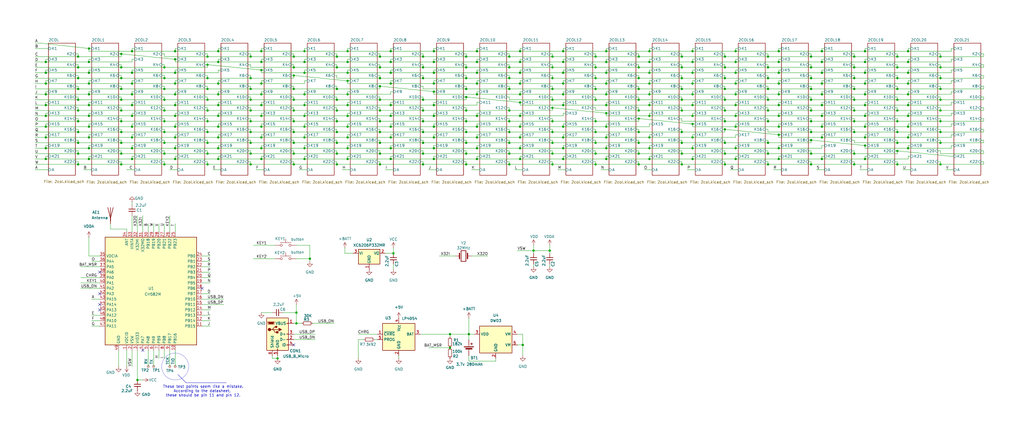
<source format=kicad_sch>
(kicad_sch (version 20231120) (generator "eeschema") (generator_version "8.0")
  (paper "User" 482.6 203.2)
  (title_block (title "Badge Magic Schematic") (date "2024-04-14"))
  (junction (at 97.79 30.48))
  (junction (at 427.99 34.29))
  (junction (at 199.39 31.75))
  (junction (at 21.59 74.93))
  (junction (at 184.15 39.37))
  (junction (at 82.55 49.53))
  (junction (at 123.19 59.69))
  (junction (at 138.43 67.31))
  (junction (at 402.59 62.23))
  (junction (at 300.99 36.83))
  (junction (at 382.27 72.39))
  (junction (at 321.31 31.75))
  (junction (at 123.19 33.02))
  (junction (at 97.79 62.23))
  (junction (at 285.75 53.34))
  (junction (at 240.03 26.67))
  (junction (at 219.71 36.83))
  (junction (at 265.43 49.53))
  (junction (at 158.75 46.99))
  (junction (at 41.91 64.77))
  (junction (at 251.46 118.11))
  (junction (at 280.67 41.91))
  (junction (at 265.43 74.93))
  (junction (at 118.11 36.83))
  (junction (at 123.19 39.37))
  (junction (at 204.47 24.13))
  (junction (at 204.47 54.61))
  (junction (at 346.71 34.29))
  (junction (at 382.27 66.04))
  (junction (at 367.03 49.53))
  (junction (at 62.23 39.37))
  (junction (at 280.67 46.99))
  (junction (at 138.43 41.91))
  (junction (at 21.59 39.37))
  (junction (at 306.07 64.77))
  (junction (at 346.71 69.85))
  (junction (at 77.47 72.39))
  (junction (at 179.07 36.83))
  (junction (at 179.07 72.39))
  (junction (at 82.55 34.29))
  (junction (at 402.59 41.91))
  (junction (at 102.87 59.69))
  (junction (at 77.47 36.83))
  (junction (at 280.67 77.47))
  (junction (at 245.11 74.93))
  (junction (at 41.91 44.45))
  (junction (at 179.07 52.07))
  (junction (at 240.03 36.83))
  (junction (at 321.31 46.99))
  (junction (at 158.75 26.67))
  (junction (at 240.03 62.23))
  (junction (at 265.43 39.37))
  (junction (at 422.91 62.23))
  (junction (at 300.99 31.75))
  (junction (at 138.43 52.07))
  (junction (at 199.39 72.39))
  (junction (at 184.15 64.77))
  (junction (at 143.51 74.93))
  (junction (at 361.95 46.99))
  (junction (at 62.23 34.29))
  (junction (at 139.7 147.32))
  (junction (at 382.27 52.07))
  (junction (at 387.35 29.21))
  (junction (at 260.35 50.8))
  (junction (at 443.23 77.47))
  (junction (at 97.79 36.83))
  (junction (at 387.35 74.93))
  (junction (at 306.07 54.61))
  (junction (at 57.15 77.47))
  (junction (at 326.39 24.13))
  (junction (at 341.63 36.83))
  (junction (at 224.79 54.61))
  (junction (at 204.47 43.18))
  (junction (at 143.51 69.85))
  (junction (at 138.43 35.56))
  (junction (at 346.71 44.45))
  (junction (at 240.03 77.47))
  (junction (at 346.71 49.53))
  (junction (at 224.79 39.37))
  (junction (at 82.55 27.94))
  (junction (at 402.59 52.07))
  (junction (at 285.75 49.53))
  (junction (at 219.71 26.67))
  (junction (at 321.31 77.47))
  (junction (at 57.15 36.83))
  (junction (at 179.07 26.67))
  (junction (at 382.27 57.15))
  (junction (at 138.43 26.67))
  (junction (at 367.03 59.69))
  (junction (at 367.03 54.61))
  (junction (at 163.83 34.29))
  (junction (at 184.15 49.53))
  (junction (at 260.35 62.23))
  (junction (at 21.59 49.53))
  (junction (at 382.27 77.47))
  (junction (at 361.95 57.15))
  (junction (at 443.23 62.23))
  (junction (at 36.83 31.75))
  (junction (at 341.63 26.67))
  (junction (at 143.51 44.45))
  (junction (at 21.59 69.85))
  (junction (at 184.15 34.29))
  (junction (at 199.39 57.15))
  (junction (at 77.47 41.91))
  (junction (at 407.67 39.37))
  (junction (at 245.11 48.26))
  (junction (at 97.79 67.31))
  (junction (at 443.23 52.07))
  (junction (at 224.79 64.77))
  (junction (at 219.71 77.47))
  (junction (at 427.99 44.45))
  (junction (at 184.15 74.93))
  (junction (at 179.07 77.47))
  (junction (at 143.51 34.29))
  (junction (at 427.99 24.13))
  (junction (at 224.79 44.45))
  (junction (at 407.67 54.61))
  (junction (at 321.31 67.31))
  (junction (at 402.59 57.15))
  (junction (at 64.77 179.07))
  (junction (at 407.67 24.13))
  (junction (at 285.75 44.45))
  (junction (at 407.67 44.45))
  (junction (at 204.47 34.29))
  (junction (at 62.23 59.69))
  (junction (at 321.31 26.67))
  (junction (at 219.71 52.07))
  (junction (at 57.15 57.15))
  (junction (at 158.75 62.23))
  (junction (at 259.08 118.11))
  (junction (at 346.71 39.37))
  (junction (at 146.05 121.92))
  (junction (at 102.87 44.45))
  (junction (at 361.95 72.39))
  (junction (at 346.71 74.93))
  (junction (at 143.51 64.77))
  (junction (at 97.79 72.39))
  (junction (at 219.71 62.23))
  (junction (at 300.99 41.91))
  (junction (at 41.91 69.85))
  (junction (at 138.43 72.39))
  (junction (at 321.31 72.39))
  (junction (at 422.91 46.99))
  (junction (at 341.63 72.39))
  (junction (at 62.23 54.61))
  (junction (at 341.63 46.99))
  (junction (at 21.59 59.69))
  (junction (at 367.03 74.93))
  (junction (at 41.91 54.61))
  (junction (at 246.38 162.56))
  (junction (at 179.07 40.64))
  (junction (at 346.71 29.21))
  (junction (at 361.95 77.47))
  (junction (at 402.59 31.75))
  (junction (at 204.47 69.85))
  (junction (at 199.39 62.23))
  (junction (at 427.99 59.69))
  (junction (at 102.87 49.53))
  (junction (at 204.47 29.21))
  (junction (at 422.91 31.75))
  (junction (at 367.03 34.29))
  (junction (at 212.09 163.83))
  (junction (at 407.67 29.21))
  (junction (at 118.11 52.07))
  (junction (at 245.11 29.21))
  (junction (at 427.99 39.37))
  (junction (at 143.51 24.13))
  (junction (at 240.03 31.75))
  (junction (at 57.15 41.91))
  (junction (at 163.83 74.93))
  (junction (at 443.23 67.31))
  (junction (at 219.71 45.72))
  (junction (at 422.91 26.67))
  (junction (at 382.27 26.67))
  (junction (at 300.99 67.31))
  (junction (at 163.83 24.13))
  (junction (at 199.39 36.83))
  (junction (at 402.59 26.67))
  (junction (at 21.59 34.29))
  (junction (at 280.67 57.15))
  (junction (at 82.55 69.85))
  (junction (at 143.51 59.69))
  (junction (at 280.67 36.83))
  (junction (at 219.71 72.39))
  (junction (at 422.91 77.47))
  (junction (at 427.99 29.21))
  (junction (at 326.39 64.77))
  (junction (at 118.11 41.91))
  (junction (at 443.23 57.15))
  (junction (at 224.79 29.21))
  (junction (at 62.23 44.45))
  (junction (at 138.43 57.15))
  (junction (at 402.59 72.39))
  (junction (at 326.39 44.45))
  (junction (at 77.47 46.99))
  (junction (at 123.19 44.45))
  (junction (at 41.91 74.93))
  (junction (at 97.79 77.47))
  (junction (at 179.07 31.75))
  (junction (at 346.71 54.61))
  (junction (at 184.15 59.69))
  (junction (at 158.75 72.39))
  (junction (at 77.47 62.23))
  (junction (at 285.75 74.93))
  (junction (at 245.11 59.69))
  (junction (at 102.87 29.21))
  (junction (at 361.95 26.67))
  (junction (at 260.35 41.91))
  (junction (at 260.35 31.75))
  (junction (at 57.15 72.39))
  (junction (at 123.19 64.77))
  (junction (at 341.63 77.47))
  (junction (at 300.99 62.23))
  (junction (at 36.83 52.07))
  (junction (at 57.15 62.23))
  (junction (at 382.27 46.99))
  (junction (at 341.63 31.75))
  (junction (at 158.75 41.91))
  (junction (at 321.31 62.23))
  (junction (at 41.91 39.37))
  (junction (at 407.67 64.77))
  (junction (at 260.35 46.99))
  (junction (at 321.31 41.91))
  (junction (at 102.87 64.77))
  (junction (at 321.31 36.83))
  (junction (at 36.83 46.99))
  (junction (at 41.91 59.69))
  (junction (at 62.23 49.53))
  (junction (at 321.31 52.07))
  (junction (at 382.27 36.83))
  (junction (at 402.59 46.99))
  (junction (at 285.75 39.37))
  (junction (at 443.23 26.67))
  (junction (at 163.83 49.53))
  (junction (at 138.43 31.75))
  (junction (at 77.47 67.31))
  (junction (at 77.47 77.47))
  (junction (at 341.63 60.96))
  (junction (at 361.95 41.91))
  (junction (at 240.03 67.31))
  (junction (at 387.35 49.53))
  (junction (at 306.07 44.45))
  (junction (at 280.67 31.75))
  (junction (at 163.83 38.1))
  (junction (at 265.43 34.29))
  (junction (at 306.07 69.85))
  (junction (at 341.63 52.07))
  (junction (at 77.47 57.15))
  (junction (at 123.19 74.93))
  (junction (at 97.79 52.07))
  (junction (at 240.03 41.91))
  (junction (at 130.81 168.91))
  (junction (at 382.27 62.23))
  (junction (at 341.63 57.15))
  (junction (at 245.11 34.29))
  (junction (at 240.03 72.39))
  (junction (at 280.67 67.31))
  (junction (at 82.55 39.37))
  (junction (at 300.99 46.99))
  (junction (at 443.23 31.75))
  (junction (at 387.35 54.61))
  (junction (at 36.83 77.47))
  (junction (at 245.11 39.37))
  (junction (at 306.07 34.29))
  (junction (at 179.07 46.99))
  (junction (at 367.03 44.45))
  (junction (at 341.63 67.31))
  (junction (at 326.39 58.42))
  (junction (at 82.55 64.77))
  (junction (at 443.23 46.99))
  (junction (at 77.47 52.07))
  (junction (at 306.07 49.53))
  (junction (at 224.79 24.13))
  (junction (at 219.71 67.31))
  (junction (at 97.79 57.15))
  (junction (at 41.91 22.86))
  (junction (at 21.59 64.77))
  (junction (at 265.43 69.85))
  (junction (at 62.23 74.93))
  (junction (at 407.67 68.58))
  (junction (at 57.15 52.07))
  (junction (at 326.39 74.93))
  (junction (at 41.91 29.21))
  (junction (at 361.95 67.31))
  (junction (at 407.67 49.53))
  (junction (at 427.99 49.53))
  (junction (at 36.83 62.23))
  (junction (at 143.51 54.61))
  (junction (at 179.07 67.31))
  (junction (at 36.83 72.39))
  (junction (at 265.43 29.21))
  (junction (at 185.42 119.38))
  (junction (at 285.75 64.77))
  (junction (at 82.55 44.45))
  (junction (at 41.91 34.29))
  (junction (at 367.03 63.5))
  (junction (at 97.79 41.91))
  (junction (at 306.07 74.93))
  (junction (at 407.67 59.69))
  (junction (at 57.15 67.31))
  (junction (at 118.11 77.47))
  (junction (at 224.79 34.29))
  (junction (at 260.35 26.67))
  (junction (at 184.15 54.61))
  (junction (at 158.75 31.75))
  (junction (at 62.23 69.85))
  (junction (at 443.23 41.91))
  (junction (at 280.67 62.23))
  (junction (at 240.03 52.07))
  (junction (at 300.99 52.07))
  (junction (at 367.03 29.21))
  (junction (at 245.11 24.13))
  (junction (at 387.35 59.69))
  (junction (at 346.71 24.13))
  (junction (at 163.83 29.21))
  (junction (at 123.19 24.13))
  (junction (at 361.95 31.75))
  (junction (at 367.03 39.37))
  (junction (at 326.39 49.53))
  (junction (at 280.67 26.67))
  (junction (at 300.99 77.47))
  (junction (at 402.59 77.47))
  (junction (at 118.11 26.67))
  (junction (at 265.43 59.69))
  (junction (at 139.7 152.4))
  (junction (at 123.19 54.61))
  (junction (at 387.35 39.37))
  (junction (at 199.39 67.31))
  (junction (at 102.87 69.85))
  (junction (at 163.83 54.61))
  (junction (at 36.83 41.91))
  (junction (at 41.91 49.53))
  (junction (at 280.67 72.39))
  (junction (at 184.15 69.85))
  (junction (at 138.43 46.99))
  (junction (at 224.79 59.69))
  (junction (at 82.55 24.13))
  (junction (at 422.91 52.07))
  (junction (at 427.99 54.61))
  (junction (at 422.91 71.12))
  (junction (at 204.47 49.53))
  (junction (at 285.75 59.69))
  (junction (at 422.91 41.91))
  (junction (at 240.03 57.15))
  (junction (at 422.91 67.31))
  (junction (at 285.75 34.29))
  (junction (at 118.11 67.31))
  (junction (at 102.87 54.61))
  (junction (at 220.98 157.48))
  (junction (at 158.75 52.07))
  (junction (at 199.39 26.67))
  (junction (at 123.19 29.21))
  (junction (at 260.35 72.39))
  (junction (at 204.47 39.37))
  (junction (at 265.43 44.45))
  (junction (at 260.35 67.31))
  (junction (at 326.39 29.21))
  (junction (at 219.71 41.91))
  (junction (at 387.35 34.29))
  (junction (at 36.83 67.31))
  (junction (at 326.39 34.29))
  (junction (at 21.59 54.61))
  (junction (at 36.83 57.15))
  (junction (at 97.79 46.99))
  (junction (at 57.15 25.4))
  (junction (at 387.35 44.45))
  (junction (at 382.27 41.91))
  (junction (at 422.91 36.83))
  (junction (at 118.11 57.15))
  (junction (at 36.83 26.67))
  (junction (at 138.43 62.23))
  (junction (at 361.95 52.07))
  (junction (at 204.47 64.77))
  (junction (at 82.55 59.69))
  (junction (at 260.35 57.15))
  (junction (at 367.03 24.13))
  (junction (at 361.95 36.83))
  (junction (at 300.99 72.39))
  (junction (at 158.75 67.31))
  (junction (at 123.19 69.85))
  (junction (at 387.35 24.13))
  (junction (at 204.47 59.69))
  (junction (at 402.59 36.83))
  (junction (at 285.75 29.21))
  (junction (at 407.67 74.93))
  (junction (at 102.87 74.93))
  (junction (at 285.75 69.85))
  (junction (at 163.83 44.45))
  (junction (at 387.35 64.77))
  (junction (at 245.11 44.45))
  (junction (at 265.43 64.77))
  (junction (at 285.75 24.13))
  (junction (at 62.23 24.13))
  (junction (at 219.71 31.75))
  (junction (at 260.35 36.83))
  (junction (at 265.43 24.13))
  (junction (at 62.23 64.77))
  (junction (at 245.11 54.61))
  (junction (at 427.99 69.85))
  (junction (at 179.07 62.23))
  (junction (at 21.59 44.45))
  (junction (at 184.15 24.13))
  (junction (at 245.11 64.77))
  (junction (at 82.55 54.61))
  (junction (at 36.83 36.83))
  (junction (at 306.07 24.13))
  (junction (at 306.07 29.21))
  (junction (at 224.79 69.85))
  (junction (at 260.35 77.47))
  (junction (at 143.51 49.53))
  (junction (at 219.71 57.15))
  (junction (at 367.03 69.85))
  (junction (at 382.27 31.75))
  (junction (at 212.09 157.48))
  (junction (at 21.59 29.21))
  (junction (at 158.75 77.47))
  (junction (at 346.71 59.69))
  (junction (at 57.15 46.99))
  (junction (at 199.39 46.99))
  (junction (at 163.83 69.85))
  (junction (at 422.91 57.15))
  (junction (at 326.39 54.61))
  (junction (at 138.43 77.47))
  (junction (at 82.55 74.93))
  (junction (at 123.19 49.53))
  (junction (at 245.11 69.85))
  (junction (at 443.23 36.83))
  (junction (at 102.87 39.37))
  (junction (at 77.47 31.75))
  (junction (at 326.39 39.37))
  (junction (at 163.83 64.77))
  (junction (at 179.07 57.15))
  (junction (at 97.79 26.67))
  (junction (at 300.99 26.67))
  (junction (at 407.67 34.29))
  (junction (at 224.79 74.93))
  (junction (at 341.63 41.91))
  (junction (at 57.15 31.75))
  (junction (at 300.99 55.88))
  (junction (at 118.11 62.23))
  (junction (at 158.75 57.15))
  (junction (at 118.11 46.99))
  (junction (at 102.87 24.13))
  (junction (at 163.83 59.69))
  (junction (at 184.15 29.21))
  (junction (at 204.47 74.93))
  (junction (at 326.39 69.85))
  (junction (at 427.99 64.77))
  (junction (at 199.39 77.47))
  (junction (at 118.11 72.39))
  (junction (at 199.39 52.07))
  (junction (at 143.51 29.21))
  (junction (at 306.07 39.37))
  (no_connect (at 95.25 135.89))
  (no_connect (at 46.99 128.27))
  (no_connect (at 46.99 146.05))
  (no_connect (at 46.99 138.43))
  (no_connect (at 67.31 165.1))
  (no_connect (at 46.99 143.51))
  (no_connect (at 138.43 162.56))
  (wire (pts (xy 445.77 80.01) (xy 449.58 80.01)))
  (wire (pts (xy 421.64 25.4) (xy 422.91 25.4)))
  (wire (pts (xy 204.47 54.61) (xy 184.15 54.61)))
  (wire (pts (xy 138.43 160.02) (xy 148.59 160.02)))
  (wire (pts (xy 77.47 45.72) (xy 77.47 46.99)))
  (wire (pts (xy 260.35 50.8) (xy 260.35 52.07)))
  (wire (pts (xy 137.16 40.64) (xy 138.43 40.64)))
  (wire (pts (xy 421.64 60.96) (xy 422.91 60.96)))
  (wire (pts (xy 199.39 71.12) (xy 199.39 72.39)))
  (wire (pts (xy 287.02 73.66) (xy 285.75 73.66)))
  (wire (pts (xy 387.35 24.13) (xy 367.03 24.13)))
  (wire (pts (xy 387.35 53.34) (xy 387.35 54.61)))
  (wire (pts (xy 16.51 72.39) (xy 36.83 72.39)))
  (wire (pts (xy 179.07 36.83) (xy 199.39 36.83)))
  (wire (pts (xy 307.34 68.58) (xy 306.07 68.58)))
  (wire (pts (xy 77.47 30.48) (xy 77.47 31.75)))
  (wire (pts (xy 326.39 22.86) (xy 326.39 24.13)))
  (wire (pts (xy 219.71 77.47) (xy 240.03 77.47)))
  (wire (pts (xy 116.84 66.04) (xy 118.11 66.04)))
  (wire (pts (xy 402.59 76.2) (xy 402.59 77.47)))
  (wire (pts (xy 427.99 38.1) (xy 427.99 39.37)))
  (wire (pts (xy 102.87 44.45) (xy 82.55 44.45)))
  (wire (pts (xy 422.91 77.47) (xy 443.23 77.47)))
  (wire (pts (xy 427.99 49.53) (xy 407.67 49.53)))
  (wire (pts (xy 245.11 39.37) (xy 224.79 39.37)))
  (wire (pts (xy 16.51 29.21) (xy 21.59 29.21)))
  (wire (pts (xy 36.83 71.12) (xy 36.83 72.39)))
  (wire (pts (xy 321.31 36.83) (xy 341.63 36.83)))
  (wire (pts (xy 443.23 35.56) (xy 443.23 36.83)))
  (wire (pts (xy 77.47 71.12) (xy 77.47 72.39)))
  (wire (pts (xy 35.56 71.12) (xy 36.83 71.12)))
  (wire (pts (xy 240.03 30.48) (xy 240.03 31.75)))
  (wire (pts (xy 300.99 31.75) (xy 321.31 31.75)))
  (wire (pts (xy 299.72 50.8) (xy 300.99 50.8)))
  (wire (pts (xy 321.31 77.47) (xy 341.63 77.47)))
  (wire (pts (xy 346.71 27.94) (xy 346.71 29.21)))
  (wire (pts (xy 382.27 76.2) (xy 382.27 77.47)))
  (wire (pts (xy 62.23 63.5) (xy 62.23 64.77)))
  (wire (pts (xy 265.43 44.45) (xy 245.11 44.45)))
  (wire (pts (xy 184.15 29.21) (xy 163.83 29.21)))
  (wire (pts (xy 265.43 69.85) (xy 245.11 69.85)))
  (wire (pts (xy 449.58 63.5) (xy 448.31 63.5)))
  (wire (pts (xy 83.82 33.02) (xy 82.55 33.02)))
  (wire (pts (xy 246.38 73.66) (xy 245.11 73.66)))
  (wire (pts (xy 246.38 43.18) (xy 245.11 43.18)))
  (wire (pts (xy 163.83 38.1) (xy 163.83 39.37)))
  (wire (pts (xy 320.04 30.48) (xy 321.31 30.48)))
  (wire (pts (xy 427.99 48.26) (xy 427.99 49.53)))
  (wire (pts (xy 143.51 34.29) (xy 123.19 34.29)))
  (wire (pts (xy 158.75 31.75) (xy 179.07 31.75)))
  (wire (pts (xy 139.7 121.92) (xy 146.05 121.92)))
  (wire (pts (xy 179.07 40.64) (xy 179.07 41.91)))
  (wire (pts (xy 260.35 40.64) (xy 260.35 41.91)))
  (wire (pts (xy 179.07 52.07) (xy 199.39 52.07)))
  (wire (pts (xy 219.71 50.8) (xy 219.71 52.07)))
  (wire (pts (xy 139.7 143.51) (xy 139.7 147.32)))
  (wire (pts (xy 219.71 40.64) (xy 219.71 41.91)))
  (wire (pts (xy 402.59 50.8) (xy 402.59 52.07)))
  (wire (pts (xy 285.75 53.34) (xy 285.75 54.61)))
  (wire (pts (xy 158.75 67.31) (xy 179.07 67.31)))
  (wire (pts (xy 463.55 50.8) (xy 462.28 50.8)))
  (wire (pts (xy 95.25 123.19) (xy 99.06 123.19)))
  (wire (pts (xy 19.05 20.32) (xy 41.91 22.86)))
  (wire (pts (xy 118.11 46.99) (xy 138.43 46.99)))
  (wire (pts (xy 265.43 68.58) (xy 265.43 69.85)))
  (wire (pts (xy 443.23 50.8) (xy 443.23 52.07)))
  (wire (pts (xy 382.27 50.8) (xy 382.27 52.07)))
  (wire (pts (xy 226.06 48.26) (xy 224.79 48.26)))
  (wire (pts (xy 102.87 27.94) (xy 102.87 29.21)))
  (wire (pts (xy 443.23 52.07) (xy 463.55 52.07)))
  (wire (pts (xy 387.35 44.45) (xy 367.03 44.45)))
  (wire (pts (xy 179.07 45.72) (xy 179.07 46.99)))
  (wire (pts (xy 382.27 30.48) (xy 382.27 31.75)))
  (wire (pts (xy 341.63 50.8) (xy 341.63 52.07)))
  (wire (pts (xy 57.15 52.07) (xy 77.47 52.07)))
  (wire (pts (xy 226.06 58.42) (xy 224.79 58.42)))
  (wire (pts (xy 204.47 64.77) (xy 184.15 64.77)))
  (wire (pts (xy 427.99 39.37) (xy 407.67 39.37)))
  (wire (pts (xy 320.04 71.12) (xy 321.31 71.12)))
  (wire (pts (xy 102.87 22.86) (xy 102.87 24.13)))
  (wire (pts (xy 123.19 39.37) (xy 102.87 39.37)))
  (wire (pts (xy 285.75 73.66) (xy 285.75 74.93)))
  (wire (pts (xy 157.48 50.8) (xy 158.75 50.8)))
  (wire (pts (xy 441.96 40.64) (xy 443.23 40.64)))
  (wire (pts (xy 346.71 43.18) (xy 346.71 44.45)))
  (wire (pts (xy 326.39 48.26) (xy 326.39 49.53)))
  (wire (pts (xy 448.31 48.26) (xy 448.31 49.53)))
  (wire (pts (xy 96.52 30.48) (xy 97.79 30.48)))
  (wire (pts (xy 118.11 26.67) (xy 138.43 26.67)))
  (wire (pts (xy 422.91 52.07) (xy 443.23 52.07)))
  (wire (pts (xy 321.31 30.48) (xy 321.31 31.75)))
  (wire (pts (xy 347.98 58.42) (xy 346.71 58.42)))
  (wire (pts (xy 382.27 62.23) (xy 402.59 62.23)))
  (wire (pts (xy 367.03 59.69) (xy 346.71 59.69)))
  (wire (pts (xy 341.63 67.31) (xy 361.95 67.31)))
  (wire (pts (xy 177.8 25.4) (xy 179.07 25.4)))
  (wire (pts (xy 307.34 73.66) (xy 306.07 73.66)))
  (wire (pts (xy 306.07 27.94) (xy 306.07 29.21)))
  (wire (pts (xy 41.91 73.66) (xy 41.91 74.93)))
  (wire (pts (xy 163.83 24.13) (xy 143.51 24.13)))
  (wire (pts (xy 199.39 67.31) (xy 219.71 67.31)))
  (wire (pts (xy 449.58 33.02) (xy 448.31 33.02)))
  (wire (pts (xy 280.67 60.96) (xy 280.67 62.23)))
  (wire (pts (xy 381 71.12) (xy 382.27 71.12)))
  (wire (pts (xy 448.31 22.86) (xy 448.31 24.13)))
  (wire (pts (xy 199.39 26.67) (xy 219.71 26.67)))
  (wire (pts (xy 41.91 44.45) (xy 21.59 44.45)))
  (wire (pts (xy 361.95 30.48) (xy 361.95 31.75)))
  (wire (pts (xy 260.35 46.99) (xy 280.67 46.99)))
  (wire (pts (xy 82.55 165.1) (xy 82.55 172.72)))
  (wire (pts (xy 124.46 58.42) (xy 123.19 58.42)))
  (wire (pts (xy 280.67 45.72) (xy 280.67 46.99)))
  (wire (pts (xy 340.36 45.72) (xy 341.63 45.72)))
  (wire (pts (xy 402.59 25.4) (xy 402.59 26.67)))
  (wire (pts (xy 299.72 25.4) (xy 300.99 25.4)))
  (wire (pts (xy 67.31 101.6) (xy 67.31 109.22)))
  (wire (pts (xy 441.96 35.56) (xy 443.23 35.56)))
  (wire (pts (xy 62.23 101.6) (xy 62.23 109.22)))
  (wire (pts (xy 138.43 50.8) (xy 138.43 52.07)))
  (wire (pts (xy 299.72 55.88) (xy 300.99 55.88)))
  (wire (pts (xy 401.32 66.04) (xy 402.59 66.04)))
  (wire (pts (xy 177.8 50.8) (xy 179.07 50.8)))
  (wire (pts (xy 130.81 167.64) (xy 130.81 168.91)))
  (wire (pts (xy 143.51 74.93) (xy 123.19 74.93)))
  (wire (pts (xy 427.99 53.34) (xy 427.99 54.61)))
  (wire (pts (xy 143.51 38.1) (xy 143.51 39.37)))
  (wire (pts (xy 306.07 68.58) (xy 306.07 69.85)))
  (wire (pts (xy 21.59 34.29) (xy 21.59 33.02)))
  (wire (pts (xy 265.43 48.26) (xy 265.43 49.53)))
  (wire (pts (xy 307.34 63.5) (xy 306.07 63.5)))
  (wire (pts (xy 97.79 57.15) (xy 118.11 57.15)))
  (wire (pts (xy 179.07 77.47) (xy 199.39 77.47)))
  (wire (pts (xy 265.43 64.77) (xy 245.11 64.77)))
  (wire (pts (xy 55.88 45.72) (xy 57.15 45.72)))
  (wire (pts (xy 62.23 44.45) (xy 41.91 44.45)))
  (wire (pts (xy 360.68 45.72) (xy 361.95 45.72)))
  (wire (pts (xy 344.17 80.01) (xy 347.98 80.01)))
  (wire (pts (xy 285.75 44.45) (xy 265.43 44.45)))
  (wire (pts (xy 35.56 35.56) (xy 36.83 35.56)))
  (wire (pts (xy 382.27 71.12) (xy 382.27 72.39)))
  (wire (pts (xy 41.91 27.94) (xy 41.91 29.21)))
  (wire (pts (xy 36.83 25.4) (xy 36.83 26.67)))
  (wire (pts (xy 184.15 58.42) (xy 184.15 59.69)))
  (wire (pts (xy 421.64 66.04) (xy 422.91 66.04)))
  (wire (pts (xy 307.34 27.94) (xy 306.07 27.94)))
  (wire (pts (xy 361.95 45.72) (xy 361.95 46.99)))
  (wire (pts (xy 368.3 58.42) (xy 367.03 58.42)))
  (wire (pts (xy 95.25 120.65) (xy 99.06 120.65)))
  (wire (pts (xy 168.91 160.02) (xy 168.91 168.91)))
  (wire (pts (xy 138.43 25.4) (xy 138.43 26.67)))
  (wire (pts (xy 146.05 121.92) (xy 146.05 123.19)))
  (wire (pts (xy 16.51 20.32) (xy 19.05 20.32)))
  (wire (pts (xy 41.91 63.5) (xy 41.91 64.77)))
  (wire (pts (xy 224.79 63.5) (xy 224.79 64.77)))
  (wire (pts (xy 425.45 80.01) (xy 429.26 80.01)))
  (wire (pts (xy 198.12 30.48) (xy 199.39 30.48)))
  (wire (pts (xy 184.15 63.5) (xy 184.15 64.77)))
  (wire (pts (xy 361.95 31.75) (xy 382.27 31.75)))
  (wire (pts (xy 341.63 57.15) (xy 361.95 57.15)))
  (wire (pts (xy 402.59 71.12) (xy 402.59 72.39)))
  (wire (pts (xy 218.44 71.12) (xy 219.71 71.12)))
  (wire (pts (xy 463.55 72.39) (xy 463.55 71.12)))
  (wire (pts (xy 184.15 34.29) (xy 163.83 34.29)))
  (wire (pts (xy 165.1 68.58) (xy 163.83 68.58)))
  (wire (pts (xy 265.43 73.66) (xy 265.43 74.93)))
  (wire (pts (xy 35.56 55.88) (xy 36.83 55.88)))
  (wire (pts (xy 123.19 22.86) (xy 123.19 24.13)))
  (wire (pts (xy 63.5 58.42) (xy 62.23 58.42)))
  (wire (pts (xy 240.03 46.99) (xy 260.35 46.99)))
  (wire (pts (xy 388.62 63.5) (xy 387.35 63.5)))
  (wire (pts (xy 320.04 50.8) (xy 321.31 50.8)))
  (wire (pts (xy 205.74 22.86) (xy 204.47 22.86)))
  (wire (pts (xy 82.55 68.58) (xy 82.55 69.85)))
  (wire (pts (xy 306.07 54.61) (xy 285.75 54.61)))
  (wire (pts (xy 179.07 72.39) (xy 199.39 72.39)))
  (wire (pts (xy 21.59 59.69) (xy 21.59 58.42)))
  (wire (pts (xy 82.55 109.22) (xy 82.55 105.41)))
  (wire (pts (xy 265.43 53.34) (xy 265.43 54.61)))
  (wire (pts (xy 347.98 22.86) (xy 346.71 22.86)))
  (wire (pts (xy 448.31 68.58) (xy 448.31 69.85)))
  (wire (pts (xy 265.43 22.86) (xy 265.43 24.13)))
  (wire (pts (xy 177.8 76.2) (xy 179.07 76.2)))
  (wire (pts (xy 205.74 38.1) (xy 204.47 38.1)))
  (wire (pts (xy 367.03 74.93) (xy 346.71 74.93)))
  (wire (pts (xy 124.46 73.66) (xy 123.19 73.66)))
  (wire (pts (xy 300.99 55.88) (xy 300.99 57.15)))
  (wire (pts (xy 407.67 68.58) (xy 382.27 66.04)))
  (wire (pts (xy 303.53 80.01) (xy 307.34 80.01)))
  (wire (pts (xy 226.06 27.94) (xy 224.79 27.94)))
  (wire (pts (xy 367.03 69.85) (xy 346.71 69.85)))
  (wire (pts (xy 280.67 46.99) (xy 300.99 46.99)))
  (wire (pts (xy 163.83 49.53) (xy 143.51 49.53)))
  (wire (pts (xy 360.68 25.4) (xy 361.95 25.4)))
  (wire (pts (xy 57.15 72.39) (xy 77.47 72.39)))
  (wire (pts (xy 57.15 66.04) (xy 57.15 67.31)))
  (wire (pts (xy 463.55 76.2) (xy 462.28 76.2)))
  (wire (pts (xy 82.55 63.5) (xy 82.55 64.77)))
  (wire (pts (xy 306.07 58.42) (xy 306.07 59.69)))
  (wire (pts (xy 95.25 130.81) (xy 99.06 130.81)))
  (wire (pts (xy 199.39 25.4) (xy 199.39 26.67)))
  (wire (pts (xy 158.75 66.04) (xy 158.75 67.31)))
  (wire (pts (xy 118.11 36.83) (xy 138.43 36.83)))
  (wire (pts (xy 245.11 54.61) (xy 224.79 54.61)))
  (wire (pts (xy 158.75 77.47) (xy 179.07 77.47)))
  (wire (pts (xy 102.87 49.53) (xy 82.55 49.53)))
  (wire (pts (xy 283.21 80.01) (xy 287.02 80.01)))
  (wire (pts (xy 220.98 170.18) (xy 233.68 170.18)))
  (wire (pts (xy 441.96 60.96) (xy 443.23 60.96)))
  (wire (pts (xy 402.59 30.48) (xy 402.59 31.75)))
  (wire (pts (xy 240.03 35.56) (xy 240.03 36.83)))
  (wire (pts (xy 184.15 59.69) (xy 163.83 59.69)))
  (wire (pts (xy 104.14 68.58) (xy 102.87 68.58)))
  (wire (pts (xy 97.79 76.2) (xy 97.79 77.47)))
  (wire (pts (xy 137.16 66.04) (xy 138.43 66.04)))
  (wire (pts (xy 224.79 38.1) (xy 224.79 39.37)))
  (wire (pts (xy 21.59 29.21) (xy 21.59 27.94)))
  (wire (pts (xy 429.26 48.26) (xy 427.99 48.26)))
  (wire (pts (xy 102.87 68.58) (xy 102.87 69.85)))
  (wire (pts (xy 347.98 38.1) (xy 346.71 38.1)))
  (wire (pts (xy 102.87 63.5) (xy 102.87 64.77)))
  (wire (pts (xy 245.11 34.29) (xy 224.79 34.29)))
  (wire (pts (xy 408.94 27.94) (xy 407.67 27.94)))
  (wire (pts (xy 326.39 29.21) (xy 306.07 29.21)))
  (wire (pts (xy 118.11 66.04) (xy 118.11 67.31)))
  (wire (pts (xy 97.79 67.31) (xy 118.11 67.31)))
  (wire (pts (xy 144.78 53.34) (xy 143.51 53.34)))
  (wire (pts (xy 224.79 39.37) (xy 204.47 39.37)))
  (wire (pts (xy 246.38 33.02) (xy 245.11 33.02)))
  (wire (pts (xy 219.71 76.2) (xy 219.71 77.47)))
  (wire (pts (xy 138.43 60.96) (xy 138.43 62.23)))
  (wire (pts (xy 240.03 50.8) (xy 240.03 52.07)))
  (wire (pts (xy 21.59 43.18) (xy 22.86 43.18)))
  (wire (pts (xy 381 35.56) (xy 382.27 35.56)))
  (wire (pts (xy 59.69 107.95) (xy 59.69 109.22)))
  (wire (pts (xy 306.07 29.21) (xy 285.75 29.21)))
  (wire (pts (xy 222.25 80.01) (xy 226.06 80.01)))
  (wire (pts (xy 82.55 27.94) (xy 57.15 25.4)))
  (wire (pts (xy 64.77 101.6) (xy 64.77 109.22)))
  (wire (pts (xy 408.94 68.58) (xy 407.67 68.58)))
  (wire (pts (xy 224.79 22.86) (xy 224.79 24.13)))
  (wire (pts (xy 382.27 45.72) (xy 382.27 46.99)))
  (wire (pts (xy 240.03 40.64) (xy 240.03 41.91)))
  (wire (pts (xy 118.11 62.23) (xy 138.43 62.23)))
  (wire (pts (xy 443.23 62.23) (xy 463.55 62.23)))
  (wire (pts (xy 41.91 22.86) (xy 41.91 24.13)))
  (wire (pts (xy 62.23 165.1) (xy 62.23 172.72)))
  (wire (pts (xy 346.71 64.77) (xy 326.39 64.77)))
  (wire (pts (xy 185.42 22.86) (xy 184.15 22.86)))
  (wire (pts (xy 204.47 48.26) (xy 204.47 49.53)))
  (wire (pts (xy 360.68 71.12) (xy 361.95 71.12)))
  (wire (pts (xy 184.15 64.77) (xy 163.83 64.77)))
  (wire (pts (xy 326.39 43.18) (xy 326.39 44.45)))
  (wire (pts (xy 41.91 43.18) (xy 41.91 44.45)))
  (wire (pts (xy 163.83 34.29) (xy 143.51 34.29)))
  (wire (pts (xy 199.39 72.39) (xy 219.71 72.39)))
  (wire (pts (xy 143.51 49.53) (xy 123.19 49.53)))
  (wire (pts (xy 381 40.64) (xy 382.27 40.64)))
  (wire (pts (xy 158.75 72.39) (xy 179.07 72.39)))
  (wire (pts (xy 124.46 63.5) (xy 123.19 63.5)))
  (wire (pts (xy 96.52 66.04) (xy 97.79 66.04)))
  (wire (pts (xy 260.35 26.67) (xy 280.67 26.67)))
  (wire (pts (xy 279.4 66.04) (xy 280.67 66.04)))
  (wire (pts (xy 367.03 39.37) (xy 346.71 39.37)))
  (wire (pts (xy 262.89 80.01) (xy 266.7 80.01)))
  (wire (pts (xy 128.27 168.91) (xy 130.81 168.91)))
  (wire (pts (xy 360.68 55.88) (xy 361.95 55.88)))
  (wire (pts (xy 388.62 48.26) (xy 387.35 48.26)))
  (wire (pts (xy 260.35 62.23) (xy 280.67 62.23)))
  (wire (pts (xy 448.31 69.85) (xy 427.99 69.85)))
  (wire (pts (xy 38.1 133.35) (xy 46.99 133.35)))
  (wire (pts (xy 16.51 67.31) (xy 36.83 67.31)))
  (wire (pts (xy 407.67 29.21) (xy 387.35 29.21)))
  (wire (pts (xy 185.42 124.46) (xy 185.42 127)))
  (wire (pts (xy 361.95 66.04) (xy 361.95 67.31)))
  (wire (pts (xy 102.87 58.42) (xy 102.87 59.69)))
  (wire (pts (xy 306.07 44.45) (xy 285.75 44.45)))
  (wire (pts (xy 82.55 38.1) (xy 82.55 39.37)))
  (wire (pts (xy 407.67 54.61) (xy 387.35 54.61)))
  (wire (pts (xy 184.15 43.18) (xy 184.15 44.45)))
  (wire (pts (xy 300.99 40.64) (xy 300.99 41.91)))
  (wire (pts (xy 387.35 38.1) (xy 387.35 39.37)))
  (wire (pts (xy 367.03 33.02) (xy 367.03 34.29)))
  (wire (pts (xy 443.23 40.64) (xy 443.23 41.91)))
  (wire (pts (xy 422.91 35.56) (xy 422.91 36.83)))
  (wire (pts (xy 361.95 55.88) (xy 361.95 57.15)))
  (wire (pts (xy 102.87 74.93) (xy 82.55 74.93)))
  (wire (pts (xy 118.11 57.15) (xy 138.43 57.15)))
  (wire (pts (xy 407.67 43.18) (xy 407.67 44.45)))
  (wire (pts (xy 62.23 22.86) (xy 62.23 24.13)))
  (wire (pts (xy 218.44 76.2) (xy 219.71 76.2)))
  (wire (pts (xy 163.83 27.94) (xy 163.83 29.21)))
  (wire (pts (xy 407.67 22.86) (xy 407.67 24.13)))
  (wire (pts (xy 407.67 59.69) (xy 387.35 59.69)))
  (wire (pts (xy 347.98 63.5) (xy 346.71 63.5)))
  (wire (pts (xy 306.07 48.26) (xy 306.07 49.53)))
  (wire (pts (xy 368.3 22.86) (xy 367.03 22.86)))
  (wire (pts (xy 137.16 45.72) (xy 138.43 45.72)))
  (wire (pts (xy 306.07 38.1) (xy 306.07 39.37)))
  (wire (pts (xy 300.99 62.23) (xy 321.31 62.23)))
  (wire (pts (xy 260.35 67.31) (xy 280.67 67.31)))
  (wire (pts (xy 57.15 30.48) (xy 57.15 31.75)))
  (wire (pts (xy 233.68 170.18) (xy 233.68 168.91)))
  (wire (pts (xy 118.11 41.91) (xy 138.43 41.91)))
  (wire (pts (xy 97.79 46.99) (xy 118.11 46.99)))
  (wire (pts (xy 43.18 27.94) (xy 41.91 27.94)))
  (wire (pts (xy 408.94 38.1) (xy 407.67 38.1)))
  (wire (pts (xy 402.59 77.47) (xy 422.91 77.47)))
  (wire (pts (xy 199.39 77.47) (xy 219.71 77.47)))
  (wire (pts (xy 212.09 158.75) (xy 212.09 157.48)))
  (wire (pts (xy 104.14 43.18) (xy 102.87 43.18)))
  (wire (pts (xy 226.06 68.58) (xy 224.79 68.58)))
  (wire (pts (xy 448.31 58.42) (xy 448.31 59.69)))
  (wire (pts (xy 306.07 69.85) (xy 285.75 69.85)))
  (wire (pts (xy 76.2 66.04) (xy 77.47 66.04)))
  (wire (pts (xy 57.15 55.88) (xy 57.15 57.15)))
  (wire (pts (xy 41.91 120.65) (xy 46.99 120.65)))
  (wire (pts (xy 198.12 76.2) (xy 199.39 76.2)))
  (wire (pts (xy 387.35 69.85) (xy 367.03 69.85)))
  (wire (pts (xy 218.44 25.4) (xy 219.71 25.4)))
  (wire (pts (xy 62.23 39.37) (xy 41.91 39.37)))
  (wire (pts (xy 402.59 46.99) (xy 422.91 46.99)))
  (wire (pts (xy 123.19 147.32) (xy 128.27 147.32)))
  (wire (pts (xy 82.55 53.34) (xy 82.55 54.61)))
  (wire (pts (xy 382.27 35.56) (xy 382.27 36.83)))
  (wire (pts (xy 77.47 165.1) (xy 77.47 168.91)))
  (wire (pts (xy 96.52 40.64) (xy 97.79 40.64)))
  (wire (pts (xy 401.32 40.64) (xy 402.59 40.64)))
  (wire (pts (xy 16.51 46.99) (xy 36.83 46.99)))
  (wire (pts (xy 97.79 62.23) (xy 118.11 62.23)))
  (wire (pts (xy 421.64 71.12) (xy 422.91 71.12)))
  (wire (pts (xy 179.07 71.12) (xy 179.07 72.39)))
  (wire (pts (xy 224.79 53.34) (xy 224.79 54.61)))
  (wire (pts (xy 95.25 146.05) (xy 99.06 146.05)))
  (wire (pts (xy 52.07 107.95) (xy 52.07 105.41)))
  (wire (pts (xy 280.67 41.91) (xy 300.99 41.91)))
  (wire (pts (xy 207.01 120.65) (xy 214.63 120.65)))
  (wire (pts (xy 422.91 26.67) (xy 443.23 26.67)))
  (wire (pts (xy 260.35 77.47) (xy 280.67 77.47)))
  (wire (pts (xy 116.84 25.4) (xy 118.11 25.4)))
  (wire (pts (xy 143.51 73.66) (xy 143.51 74.93)))
  (wire (pts (xy 427.99 44.45) (xy 407.67 44.45)))
  (wire (pts (xy 199.39 41.91) (xy 219.71 41.91)))
  (wire (pts (xy 143.51 58.42) (xy 143.51 59.69)))
  (wire (pts (xy 341.63 52.07) (xy 361.95 52.07)))
  (wire (pts (xy 327.66 73.66) (xy 326.39 73.66)))
  (wire (pts (xy 361.95 71.12) (xy 361.95 72.39)))
  (wire (pts (xy 326.39 74.93) (xy 306.07 74.93)))
  (wire (pts (xy 185.42 116.84) (xy 185.42 119.38)))
  (wire (pts (xy 16.51 22.86) (xy 22.86 22.86)))
  (wire (pts (xy 421.64 35.56) (xy 422.91 35.56)))
  (wire (pts (xy 299.72 45.72) (xy 300.99 45.72)))
  (wire (pts (xy 326.39 73.66) (xy 326.39 74.93)))
  (wire (pts (xy 240.03 55.88) (xy 240.03 57.15)))
  (wire (pts (xy 204.47 74.93) (xy 184.15 74.93)))
  (wire (pts (xy 16.51 41.91) (xy 36.83 41.91)))
  (wire (pts (xy 165.1 63.5) (xy 163.83 63.5)))
  (wire (pts (xy 259.08 35.56) (xy 260.35 35.56)))
  (wire (pts (xy 179.07 67.31) (xy 199.39 67.31)))
  (wire (pts (xy 300.99 76.2) (xy 300.99 77.47)))
  (wire (pts (xy 285.75 48.26) (xy 285.75 49.53)))
  (wire (pts (xy 184.15 53.34) (xy 184.15 54.61)))
  (wire (pts (xy 279.4 76.2) (xy 280.67 76.2)))
  (wire (pts (xy 57.15 57.15) (xy 77.47 57.15)))
  (wire (pts (xy 198.12 50.8) (xy 199.39 50.8)))
  (wire (pts (xy 181.61 119.38) (xy 185.42 119.38)))
  (polyline (pts (xy 87.63 180.34) (xy 106.68 180.34)))
  (wire (pts (xy 219.71 62.23) (xy 240.03 62.23)))
  (wire (pts (xy 361.95 60.96) (xy 361.95 62.23)))
  (wire (pts (xy 306.07 74.93) (xy 285.75 74.93)))
  (wire (pts (xy 163.83 53.34) (xy 163.83 54.61)))
  (wire (pts (xy 408.94 53.34) (xy 407.67 53.34)))
  (wire (pts (xy 41.91 68.58) (xy 41.91 69.85)))
  (wire (pts (xy 368.3 27.94) (xy 367.03 27.94)))
  (wire (pts (xy 118.11 52.07) (xy 138.43 52.07)))
  (wire (pts (xy 21.59 27.94) (xy 22.86 27.94)))
  (wire (pts (xy 382.27 66.04) (xy 382.27 67.31)))
  (wire (pts (xy 266.7 33.02) (xy 265.43 33.02)))
  (wire (pts (xy 307.34 48.26) (xy 306.07 48.26)))
  (wire (pts (xy 245.11 68.58) (xy 245.11 69.85)))
  (wire (pts (xy 360.68 76.2) (xy 361.95 76.2)))
  (wire (pts (xy 21.59 69.85) (xy 21.59 68.58)))
  (wire (pts (xy 62.23 27.94) (xy 62.23 29.21)))
  (wire (pts (xy 307.34 53.34) (xy 306.07 53.34)))
  (wire (pts (xy 285.75 29.21) (xy 265.43 29.21)))
  (wire (pts (xy 36.83 50.8) (xy 36.83 52.07)))
  (wire (pts (xy 185.42 63.5) (xy 184.15 63.5)))
  (wire (pts (xy 57.15 36.83) (xy 77.47 36.83)))
  (wire (pts (xy 179.07 55.88) (xy 179.07 57.15)))
  (wire (pts (xy 320.04 66.04) (xy 321.31 66.04)))
  (wire (pts (xy 387.35 29.21) (xy 367.03 29.21)))
  (wire (pts (xy 408.94 73.66) (xy 407.67 73.66)))
  (wire (pts (xy 346.71 29.21) (xy 326.39 29.21)))
  (wire (pts (xy 104.14 48.26) (xy 102.87 48.26)))
  (wire (pts (xy 205.74 63.5) (xy 204.47 63.5)))
  (wire (pts (xy 240.03 36.83) (xy 260.35 36.83)))
  (wire (pts (xy 83.82 73.66) (xy 82.55 73.66)))
  (wire (pts (xy 346.71 48.26) (xy 346.71 49.53)))
  (wire (pts (xy 124.46 27.94) (xy 123.19 27.94)))
  (wire (pts (xy 341.63 55.88) (xy 341.63 57.15)))
  (wire (pts (xy 82.55 58.42) (xy 82.55 59.69)))
  (wire (pts (xy 36.83 66.04) (xy 36.83 67.31)))
  (wire (pts (xy 443.23 30.48) (xy 443.23 31.75)))
  (wire (pts (xy 367.03 63.5) (xy 341.63 60.96)))
  (wire (pts (xy 238.76 66.04) (xy 240.03 66.04)))
  (wire (pts (xy 422.91 41.91) (xy 443.23 41.91)))
  (wire (pts (xy 388.62 38.1) (xy 387.35 38.1)))
  (wire (pts (xy 326.39 63.5) (xy 326.39 64.77)))
  (wire (pts (xy 448.31 53.34) (xy 448.31 54.61)))
  (wire (pts (xy 279.4 35.56) (xy 280.67 35.56)))
  (wire (pts (xy 137.16 30.48) (xy 138.43 30.48)))
  (wire (pts (xy 245.11 43.18) (xy 245.11 44.45)))
  (wire (pts (xy 259.08 118.11) (xy 259.08 119.38)))
  (wire (pts (xy 198.12 35.56) (xy 199.39 35.56)))
  (wire (pts (xy 163.83 58.42) (xy 163.83 59.69)))
  (wire (pts (xy 407.67 34.29) (xy 387.35 34.29)))
  (wire (pts (xy 204.47 73.66) (xy 204.47 74.93)))
  (wire (pts (xy 341.63 71.12) (xy 341.63 72.39)))
  (wire (pts (xy 77.47 109.22) (xy 77.47 105.41)))
  (wire (pts (xy 143.51 44.45) (xy 123.19 44.45)))
  (wire (pts (xy 104.14 73.66) (xy 102.87 73.66)))
  (wire (pts (xy 55.88 50.8) (xy 57.15 50.8)))
  (wire (pts (xy 402.59 67.31) (xy 422.91 67.31)))
  (wire (pts (xy 246.38 38.1) (xy 245.11 38.1)))
  (wire (pts (xy 326.39 54.61) (xy 306.07 54.61)))
  (wire (pts (xy 381 60.96) (xy 382.27 60.96)))
  (wire (pts (xy 422.91 71.12) (xy 422.91 72.39)))
  (wire (pts (xy 83.82 63.5) (xy 82.55 63.5)))
  (wire (pts (xy 138.43 76.2) (xy 138.43 77.47)))
  (wire (pts (xy 96.52 76.2) (xy 97.79 76.2)))
  (wire (pts (xy 204.47 59.69) (xy 184.15 59.69)))
  (wire (pts (xy 198.12 60.96) (xy 199.39 60.96)))
  (wire (pts (xy 242.57 80.01) (xy 246.38 80.01)))
  (wire (pts (xy 279.4 40.64) (xy 280.67 40.64)))
  (wire (pts (xy 327.66 27.94) (xy 326.39 27.94)))
  (wire (pts (xy 361.95 26.67) (xy 382.27 26.67)))
  (wire (pts (xy 62.23 73.66) (xy 62.23 74.93)))
  (wire (pts (xy 138.43 152.4) (xy 139.7 152.4)))
  (wire (pts (xy 449.58 73.66) (xy 448.31 73.66)))
  (wire (pts (xy 449.58 53.34) (xy 448.31 53.34)))
  (wire (pts (xy 300.99 50.8) (xy 300.99 52.07)))
  (wire (pts (xy 238.76 40.64) (xy 240.03 40.64)))
  (wire (pts (xy 407.67 49.53) (xy 387.35 49.53)))
  (wire (pts (xy 224.79 69.85) (xy 204.47 69.85)))
  (wire (pts (xy 320.04 25.4) (xy 321.31 25.4)))
  (wire (pts (xy 62.23 38.1) (xy 62.23 39.37)))
  (wire (pts (xy 165.1 27.94) (xy 163.83 27.94)))
  (wire (pts (xy 185.42 48.26) (xy 184.15 48.26)))
  (wire (pts (xy 443.23 76.2) (xy 443.23 77.47)))
  (wire (pts (xy 157.48 35.56) (xy 158.75 35.56)))
  (wire (pts (xy 387.35 68.58) (xy 387.35 69.85)))
  (wire (pts (xy 382.27 31.75) (xy 402.59 31.75)))
  (wire (pts (xy 341.63 77.47) (xy 361.95 77.47)))
  (wire (pts (xy 41.91 48.26) (xy 41.91 49.53)))
  (wire (pts (xy 246.38 27.94) (xy 245.11 27.94)))
  (wire (pts (xy 429.26 22.86) (xy 427.99 22.86)))
  (wire (pts (xy 120.65 80.01) (xy 124.46 80.01)))
  (wire (pts (xy 102.87 48.26) (xy 102.87 49.53)))
  (wire (pts (xy 123.19 63.5) (xy 123.19 64.77)))
  (wire (pts (xy 341.63 41.91) (xy 361.95 41.91)))
  (wire (pts (xy 116.84 40.64) (xy 118.11 40.64)))
  (wire (pts (xy 165.1 53.34) (xy 163.83 53.34)))
  (wire (pts (xy 429.26 53.34) (xy 427.99 53.34)))
  (wire (pts (xy 205.74 27.94) (xy 204.47 27.94)))
  (wire (pts (xy 427.99 29.21) (xy 407.67 29.21)))
  (wire (pts (xy 382.27 60.96) (xy 382.27 62.23)))
  (wire (pts (xy 306.07 39.37) (xy 285.75 39.37)))
  (wire (pts (xy 387.35 48.26) (xy 387.35 49.53)))
  (wire (pts (xy 381 45.72) (xy 382.27 45.72)))
  (wire (pts (xy 279.4 25.4) (xy 280.67 25.4)))
  (wire (pts (xy 240.03 71.12) (xy 240.03 72.39)))
  (wire (pts (xy 427.99 63.5) (xy 427.99 64.77)))
  (wire (pts (xy 76.2 71.12) (xy 77.47 71.12)))
  (wire (pts (xy 218.44 50.8) (xy 219.71 50.8)))
  (wire (pts (xy 245.11 38.1) (xy 245.11 39.37)))
  (wire (pts (xy 179.07 76.2) (xy 179.07 77.47)))
  (wire (pts (xy 97.79 50.8) (xy 97.79 52.07)))
  (wire (pts (xy 157.48 60.96) (xy 158.75 60.96)))
  (wire (pts (xy 280.67 77.47) (xy 300.99 77.47)))
  (wire (pts (xy 138.43 30.48) (xy 138.43 31.75)))
  (wire (pts (xy 137.16 76.2) (xy 138.43 76.2)))
  (wire (pts (xy 158.75 60.96) (xy 158.75 62.23)))
  (wire (pts (xy 21.59 48.26) (xy 22.86 48.26)))
  (wire (pts (xy 449.58 38.1) (xy 448.31 38.1)))
  (wire (pts (xy 245.11 48.26) (xy 245.11 49.53)))
  (wire (pts (xy 157.48 76.2) (xy 158.75 76.2)))
  (wire (pts (xy 407.67 64.77) (xy 387.35 64.77)))
  (wire (pts (xy 199.39 55.88) (xy 199.39 57.15)))
  (wire (pts (xy 57.15 71.12) (xy 57.15 72.39)))
  (wire (pts (xy 401.32 60.96) (xy 402.59 60.96)))
  (wire (pts (xy 265.43 24.13) (xy 245.11 24.13)))
  (wire (pts (xy 448.31 44.45) (xy 427.99 44.45)))
  (wire (pts (xy 443.23 45.72) (xy 443.23 46.99)))
  (wire (pts (xy 382.27 41.91) (xy 402.59 41.91)))
  (wire (pts (xy 259.08 76.2) (xy 260.35 76.2)))
  (wire (pts (xy 176.53 160.02) (xy 177.8 160.02)))
  (wire (pts (xy 83.82 22.86) (xy 82.55 22.86)))
  (wire (pts (xy 198.12 157.48) (xy 212.09 157.48)))
  (wire (pts (xy 165.1 73.66) (xy 163.83 73.66)))
  (wire (pts (xy 243.84 157.48) (xy 246.38 157.48)))
  (wire (pts (xy 387.35 54.61) (xy 367.03 54.61)))
  (wire (pts (xy 427.99 74.93) (xy 407.67 74.93)))
  (wire (pts (xy 463.55 66.04) (xy 462.28 66.04)))
  (wire (pts (xy 441.96 55.88) (xy 443.23 55.88)))
  (wire (pts (xy 36.83 46.99) (xy 57.15 46.99)))
  (wire (pts (xy 143.51 48.26) (xy 143.51 49.53)))
  (wire (pts (xy 260.35 31.75) (xy 280.67 31.75)))
  (wire (pts (xy 364.49 80.01) (xy 368.3 80.01)))
  (wire (pts (xy 220.98 160.02) (xy 220.98 157.48)))
  (wire (pts (xy 97.79 52.07) (xy 118.11 52.07)))
  (wire (pts (xy 266.7 73.66) (xy 265.43 73.66)))
  (wire (pts (xy 77.47 72.39) (xy 97.79 72.39)))
  (wire (pts (xy 388.62 73.66) (xy 387.35 73.66)))
  (wire (pts (xy 82.55 64.77) (xy 62.23 64.77)))
  (wire (pts (xy 21.59 39.37) (xy 21.59 38.1)))
  (wire (pts (xy 387.35 58.42) (xy 387.35 59.69)))
  (wire (pts (xy 163.83 22.86) (xy 163.83 24.13)))
  (wire (pts (xy 246.38 48.26) (xy 245.11 48.26)))
  (wire (pts (xy 429.26 43.18) (xy 427.99 43.18)))
  (wire (pts (xy 321.31 66.04) (xy 321.31 67.31)))
  (wire (pts (xy 38.1 135.89) (xy 46.99 135.89)))
  (wire (pts (xy 326.39 38.1) (xy 326.39 39.37)))
  (wire (pts (xy 245.11 74.93) (xy 224.79 74.93)))
  (wire (pts (xy 401.32 35.56) (xy 402.59 35.56)))
  (wire (pts (xy 96.52 25.4) (xy 97.79 25.4)))
  (wire (pts (xy 265.43 43.18) (xy 265.43 44.45)))
  (wire (pts (xy 347.98 48.26) (xy 346.71 48.26)))
  (wire (pts (xy 300.99 60.96) (xy 300.99 62.23)))
  (wire (pts (xy 463.55 36.83) (xy 463.55 35.56)))
  (wire (pts (xy 163.83 29.21) (xy 143.51 29.21)))
  (wire (pts (xy 240.03 60.96) (xy 240.03 62.23)))
  (wire (pts (xy 306.07 43.18) (xy 306.07 44.45)))
  (wire (pts (xy 382.27 57.15) (xy 402.59 57.15)))
  (wire (pts (xy 104.14 27.94) (xy 102.87 27.94)))
  (wire (pts (xy 287.02 53.34) (xy 285.75 53.34)))
  (wire (pts (xy 387.35 63.5) (xy 387.35 64.77)))
  (wire (pts (xy 321.31 76.2) (xy 321.31 77.47)))
  (wire (pts (xy 326.39 64.77) (xy 306.07 64.77)))
  (wire (pts (xy 199.39 76.2) (xy 199.39 77.47)))
  (wire (pts (xy 100.33 80.01) (xy 104.14 80.01)))
  (wire (pts (xy 43.18 151.13) (xy 46.99 151.13)))
  (wire (pts (xy 448.31 73.66) (xy 422.91 71.12)))
  (wire (pts (xy 300.99 41.91) (xy 321.31 41.91)))
  (wire (pts (xy 367.03 27.94) (xy 367.03 29.21)))
  (wire (pts (xy 16.51 64.77) (xy 21.59 64.77)))
  (wire (pts (xy 402.59 35.56) (xy 402.59 36.83)))
  (wire (pts (xy 97.79 25.4) (xy 97.79 26.67)))
  (wire (pts (xy 21.59 74.93) (xy 21.59 73.66)))
  (wire (pts (xy 441.96 30.48) (xy 443.23 30.48)))
  (wire (pts (xy 163.83 73.66) (xy 163.83 74.93)))
  (wire (pts (xy 346.71 74.93) (xy 326.39 74.93)))
  (wire (pts (xy 63.5 48.26) (xy 62.23 48.26)))
  (wire (pts (xy 59.69 165.1) (xy 59.69 172.72)))
  (wire (pts (xy 300.99 72.39) (xy 321.31 72.39)))
  (wire (pts (xy 21.59 33.02) (xy 22.86 33.02)))
  (wire (pts (xy 402.59 26.67) (xy 422.91 26.67)))
  (wire (pts (xy 62.23 59.69) (xy 41.91 59.69)))
  (wire (pts (xy 163.83 69.85) (xy 143.51 69.85)))
  (wire (pts (xy 62.23 48.26) (xy 62.23 49.53)))
  (wire (pts (xy 143.51 24.13) (xy 123.19 24.13)))
  (wire (pts (xy 41.91 29.21) (xy 21.59 29.21)))
  (wire (pts (xy 279.4 50.8) (xy 280.67 50.8)))
  (wire (pts (xy 102.87 43.18) (xy 102.87 44.45)))
  (wire (pts (xy 118.11 35.56) (xy 118.11 36.83)))
  (wire (pts (xy 427.99 59.69) (xy 407.67 59.69)))
  (wire (pts (xy 226.06 63.5) (xy 224.79 63.5)))
  (wire (pts (xy 361.95 46.99) (xy 382.27 46.99)))
  (wire (pts (xy 361.95 77.47) (xy 382.27 77.47)))
  (wire (pts (xy 463.55 26.67) (xy 463.55 25.4)))
  (wire (pts (xy 463.55 77.47) (xy 463.55 76.2)))
  (wire (pts (xy 143.51 29.21) (xy 123.19 29.21)))
  (wire (pts (xy 367.03 43.18) (xy 367.03 44.45)))
  (wire (pts (xy 240.03 41.91) (xy 260.35 41.91)))
  (wire (pts (xy 83.82 38.1) (xy 82.55 38.1)))
  (wire (pts (xy 340.36 66.04) (xy 341.63 66.04)))
  (wire (pts (xy 259.08 50.8) (xy 260.35 50.8)))
  (wire (pts (xy 204.47 69.85) (xy 184.15 69.85)))
  (wire (pts (xy 240.03 26.67) (xy 260.35 26.67)))
  (wire (pts (xy 300.99 66.04) (xy 300.99 67.31)))
  (wire (pts (xy 382.27 36.83) (xy 402.59 36.83)))
  (wire (pts (xy 171.45 160.02) (xy 168.91 160.02)))
  (wire (pts (xy 448.31 64.77) (xy 427.99 64.77)))
  (wire (pts (xy 43.18 73.66) (xy 41.91 73.66)))
  (wire (pts (xy 138.43 71.12) (xy 138.43 72.39)))
  (wire (pts (xy 285.75 33.02) (xy 285.75 34.29)))
  (wire (pts (xy 448.31 49.53) (xy 427.99 49.53)))
  (wire (pts (xy 341.63 36.83) (xy 361.95 36.83)))
  (wire (pts (xy 35.56 40.64) (xy 36.83 40.64)))
  (wire (pts (xy 422.91 40.64) (xy 422.91 41.91)))
  (wire (pts (xy 408.94 63.5) (xy 407.67 63.5)))
  (wire (pts (xy 260.35 35.56) (xy 260.35 36.83)))
  (wire (pts (xy 427.99 69.85) (xy 407.67 69.85)))
  (wire (pts (xy 219.71 45.72) (xy 219.71 46.99)))
  (wire (pts (xy 199.39 31.75) (xy 219.71 31.75)))
  (wire (pts (xy 138.43 57.15) (xy 158.75 57.15)))
  (wire (pts (xy 407.67 38.1) (xy 407.67 39.37)))
  (wire (pts (xy 361.95 50.8) (xy 361.95 52.07)))
  (wire (pts (xy 382.27 26.67) (xy 402.59 26.67)))
  (wire (pts (xy 36.83 40.64) (xy 36.83 41.91)))
  (wire (pts (xy 382.27 25.4) (xy 382.27 26.67)))
  (wire (pts (xy 299.72 66.04) (xy 300.99 66.04)))
  (wire (pts (xy 429.26 33.02) (xy 427.99 33.02)))
  (wire (pts (xy 238.76 35.56) (xy 240.03 35.56)))
  (wire (pts (xy 449.58 43.18) (xy 448.31 43.18)))
  (wire (pts (xy 285.75 43.18) (xy 285.75 44.45)))
  (wire (pts (xy 82.55 48.26) (xy 82.55 49.53)))
  (wire (pts (xy 300.99 45.72) (xy 300.99 46.99)))
  (wire (pts (xy 128.27 167.64) (xy 128.27 168.91)))
  (wire (pts (xy 327.66 33.02) (xy 326.39 33.02)))
  (wire (pts (xy 346.71 34.29) (xy 326.39 34.29)))
  (wire (pts (xy 185.42 43.18) (xy 184.15 43.18)))
  (wire (pts (xy 220.98 157.48) (xy 223.52 157.48)))
  (wire (pts (xy 205.74 33.02) (xy 204.47 33.02)))
  (wire (pts (xy 184.15 48.26) (xy 184.15 49.53)))
  (wire (pts (xy 340.36 60.96) (xy 341.63 60.96)))
  (wire (pts (xy 449.58 48.26) (xy 448.31 48.26)))
  (wire (pts (xy 280.67 26.67) (xy 300.99 26.67)))
  (wire (pts (xy 407.67 39.37) (xy 387.35 39.37)))
  (wire (pts (xy 238.76 50.8) (xy 240.03 50.8)))
  (wire (pts (xy 137.16 25.4) (xy 138.43 25.4)))
  (wire (pts (xy 97.79 66.04) (xy 97.79 67.31)))
  (wire (pts (xy 287.02 43.18) (xy 285.75 43.18)))
  (wire (pts (xy 341.63 35.56) (xy 341.63 36.83)))
  (wire (pts (xy 245.11 58.42) (xy 245.11 59.69)))
  (wire (pts (xy 346.71 54.61) (xy 326.39 54.61)))
  (wire (pts (xy 285.75 69.85) (xy 265.43 69.85)))
  (wire (pts (xy 55.88 66.04) (xy 57.15 66.04)))
  (wire (pts (xy 204.47 43.18) (xy 204.47 44.45)))
  (wire (pts (xy 224.79 64.77) (xy 204.47 64.77)))
  (wire (pts (xy 429.26 38.1) (xy 427.99 38.1)))
  (wire (pts (xy 158.75 30.48) (xy 158.75 31.75)))
  (wire (pts (xy 347.98 68.58) (xy 346.71 68.58)))
  (wire (pts (xy 240.03 52.07) (xy 260.35 52.07)))
  (wire (pts (xy 218.44 60.96) (xy 219.71 60.96)))
  (wire (pts (xy 266.7 63.5) (xy 265.43 63.5)))
  (wire (pts (xy 62.23 53.34) (xy 62.23 54.61)))
  (wire (pts (xy 407.67 74.93) (xy 387.35 74.93)))
  (wire (pts (xy 124.46 22.86) (xy 123.19 22.86)))
  (wire (pts (xy 179.07 62.23) (xy 199.39 62.23)))
  (wire (pts (xy 401.32 76.2) (xy 402.59 76.2)))
  (wire (pts (xy 157.48 40.64) (xy 158.75 40.64)))
  (wire (pts (xy 179.07 50.8) (xy 179.07 52.07)))
  (wire (pts (xy 72.39 109.22) (xy 72.39 105.41)))
  (wire (pts (xy 77.47 76.2) (xy 77.47 77.47)))
  (wire (pts (xy 300.99 36.83) (xy 321.31 36.83)))
  (wire (pts (xy 82.55 24.13) (xy 62.23 24.13)))
  (wire (pts (xy 77.47 77.47) (xy 97.79 77.47)))
  (wire (pts (xy 240.03 31.75) (xy 260.35 31.75)))
  (wire (pts (xy 326.39 53.34) (xy 326.39 54.61)))
  (wire (pts (xy 82.55 69.85) (xy 62.23 69.85)))
  (wire (pts (xy 144.78 68.58) (xy 143.51 68.58)))
  (wire (pts (xy 429.26 63.5) (xy 427.99 63.5)))
  (wire (pts (xy 205.74 53.34) (xy 204.47 53.34)))
  (wire (pts (xy 224.79 54.61) (xy 204.47 54.61)))
  (wire (pts (xy 448.31 38.1) (xy 448.31 39.37)))
  (wire (pts (xy 266.7 43.18) (xy 265.43 43.18)))
  (wire (pts (xy 76.2 35.56) (xy 77.47 35.56)))
  (wire (pts (xy 368.3 43.18) (xy 367.03 43.18)))
  (wire (pts (xy 448.31 54.61) (xy 427.99 54.61)))
  (wire (pts (xy 449.58 27.94) (xy 448.31 27.94)))
  (wire (pts (xy 95.25 153.67) (xy 99.06 153.67)))
  (wire (pts (xy 55.88 76.2) (xy 57.15 76.2)))
  (wire (pts (xy 179.07 31.75) (xy 199.39 31.75)))
  (wire (pts (xy 346.71 38.1) (xy 346.71 39.37)))
  (wire (pts (xy 346.71 58.42) (xy 346.71 59.69)))
  (wire (pts (xy 198.12 55.88) (xy 199.39 55.88)))
  (wire (pts (xy 321.31 71.12) (xy 321.31 72.39)))
  (wire (pts (xy 102.87 34.29) (xy 82.55 34.29)))
  (wire (pts (xy 341.63 45.72) (xy 341.63 46.99)))
  (wire (pts (xy 144.78 58.42) (xy 143.51 58.42)))
  (wire (pts (xy 260.35 66.04) (xy 260.35 67.31)))
  (wire (pts (xy 441.96 66.04) (xy 443.23 66.04)))
  (wire (pts (xy 77.47 26.67) (xy 97.79 26.67)))
  (wire (pts (xy 163.83 68.58) (xy 163.83 69.85)))
  (wire (pts (xy 388.62 68.58) (xy 387.35 68.58)))
  (wire (pts (xy 463.55 30.48) (xy 462.28 30.48)))
  (wire (pts (xy 367.03 29.21) (xy 346.71 29.21)))
  (wire (pts (xy 280.67 25.4) (xy 280.67 26.67)))
  (wire (pts (xy 123.19 33.02) (xy 97.79 30.48)))
  (wire (pts (xy 36.83 67.31) (xy 57.15 67.31)))
  (wire (pts (xy 387.35 59.69) (xy 367.03 59.69)))
  (wire (pts (xy 226.06 53.34) (xy 224.79 53.34)))
  (wire (pts (xy 97.79 55.88) (xy 97.79 57.15)))
  (wire (pts (xy 184.15 44.45) (xy 163.83 44.45)))
  (wire (pts (xy 427.99 73.66) (xy 427.99 74.93)))
  (wire (pts (xy 422.91 67.31) (xy 443.23 67.31)))
  (wire (pts (xy 347.98 53.34) (xy 346.71 53.34)))
  (wire (pts (xy 238.76 71.12) (xy 240.03 71.12)))
  (wire (pts (xy 219.71 52.07) (xy 240.03 52.07)))
  (wire (pts (xy 205.74 58.42) (xy 204.47 58.42)))
  (wire (pts (xy 57.15 35.56) (xy 57.15 36.83)))
  (wire (pts (xy 260.35 76.2) (xy 260.35 77.47)))
  (wire (pts (xy 43.18 22.86) (xy 41.91 22.86)))
  (wire (pts (xy 187.96 168.91) (xy 187.96 167.64)))
  (wire (pts (xy 116.84 50.8) (xy 118.11 50.8)))
  (wire (pts (xy 321.31 25.4) (xy 321.31 26.67)))
  (wire (pts (xy 279.4 71.12) (xy 280.67 71.12)))
  (wire (pts (xy 41.91 53.34) (xy 41.91 54.61)))
  (wire (pts (xy 401.32 25.4) (xy 402.59 25.4)))
  (wire (pts (xy 387.35 73.66) (xy 387.35 74.93)))
  (wire (pts (xy 97.79 71.12) (xy 97.79 72.39)))
  (wire (pts (xy 96.52 45.72) (xy 97.79 45.72)))
  (wire (pts (xy 138.43 35.56) (xy 138.43 36.83)))
  (wire (pts (xy 279.4 55.88) (xy 280.67 55.88)))
  (wire (pts (xy 421.64 45.72) (xy 422.91 45.72)))
  (wire (pts (xy 265.43 63.5) (xy 265.43 64.77)))
  (wire (pts (xy 95.25 151.13) (xy 99.06 151.13)))
  (wire (pts (xy 77.47 40.64) (xy 77.47 41.91)))
  (wire (pts (xy 422.91 60.96) (xy 422.91 62.23)))
  (wire (pts (xy 367.03 48.26) (xy 367.03 49.53)))
  (wire (pts (xy 21.59 63.5) (xy 22.86 63.5)))
  (wire (pts (xy 341.63 66.04) (xy 341.63 67.31)))
  (wire (pts (xy 41.91 34.29) (xy 21.59 34.29)))
  (wire (pts (xy 306.07 24.13) (xy 285.75 24.13)))
  (wire (pts (xy 441.96 71.12) (xy 443.23 71.12)))
  (wire (pts (xy 158.75 35.56) (xy 158.75 36.83)))
  (wire (pts (xy 265.43 34.29) (xy 245.11 34.29)))
  (wire (pts (xy 116.84 30.48) (xy 118.11 30.48)))
  (wire (pts (xy 224.79 24.13) (xy 204.47 24.13)))
  (wire (pts (xy 408.94 33.02) (xy 407.67 33.02)))
  (wire (pts (xy 198.12 66.04) (xy 199.39 66.04)))
  (wire (pts (xy 246.38 22.86) (xy 245.11 22.86)))
  (wire (pts (xy 224.79 29.21) (xy 204.47 29.21)))
  (wire (pts (xy 245.11 24.13) (xy 224.79 24.13)))
  (wire (pts (xy 57.15 46.99) (xy 77.47 46.99)))
  (wire (pts (xy 266.7 68.58) (xy 265.43 68.58)))
  (wire (pts (xy 96.52 71.12) (xy 97.79 71.12)))
  (wire (pts (xy 158.75 26.67) (xy 179.07 26.67)))
  (wire (pts (xy 381 76.2) (xy 382.27 76.2)))
  (wire (pts (xy 143.51 63.5) (xy 143.51 64.77)))
  (wire (pts (xy 144.78 48.26) (xy 143.51 48.26)))
  (wire (pts (xy 407.67 58.42) (xy 407.67 59.69)))
  (wire (pts (xy 77.47 55.88) (xy 77.47 57.15)))
  (wire (pts (xy 38.1 130.81) (xy 46.99 130.81)))
  (wire (pts (xy 287.02 63.5) (xy 285.75 63.5)))
  (wire (pts (xy 35.56 45.72) (xy 36.83 45.72)))
  (wire (pts (xy 260.35 41.91) (xy 280.67 41.91)))
  (wire (pts (xy 123.19 29.21) (xy 102.87 29.21)))
  (wire (pts (xy 422.91 50.8) (xy 422.91 52.07)))
  (wire (pts (xy 226.06 73.66) (xy 224.79 73.66)))
  (wire (pts (xy 327.66 58.42) (xy 326.39 58.42)))
  (wire (pts (xy 321.31 55.88) (xy 321.31 57.15)))
  (wire (pts (xy 340.36 30.48) (xy 341.63 30.48)))
  (wire (pts (xy 368.3 33.02) (xy 367.03 33.02)))
  (wire (pts (xy 427.99 34.29) (xy 407.67 34.29)))
  (wire (pts (xy 401.32 55.88) (xy 402.59 55.88)))
  (wire (pts (xy 387.35 27.94) (xy 387.35 29.21)))
  (wire (pts (xy 138.43 31.75) (xy 158.75 31.75)))
  (wire (pts (xy 346.71 24.13) (xy 326.39 24.13)))
  (wire (pts (xy 16.51 59.69) (xy 21.59 59.69)))
  (wire (pts (xy 321.31 67.31) (xy 341.63 67.31)))
  (wire (pts (xy 82.55 22.86) (xy 82.55 24.13)))
  (wire (pts (xy 422.91 36.83) (xy 443.23 36.83)))
  (wire (pts (xy 280.67 72.39) (xy 300.99 72.39)))
  (wire (pts (xy 62.23 33.02) (xy 62.23 34.29)))
  (wire (pts (xy 199.39 57.15) (xy 219.71 57.15)))
  (wire (pts (xy 204.47 24.13) (xy 184.15 24.13)))
  (wire (pts (xy 16.51 26.67) (xy 36.83 26.67)))
  (wire (pts (xy 306.07 59.69) (xy 285.75 59.69)))
  (wire (pts (xy 299.72 71.12) (xy 300.99 71.12)))
  (wire (pts (xy 41.91 39.37) (xy 21.59 39.37)))
  (wire (pts (xy 21.59 38.1) (xy 22.86 38.1)))
  (wire (pts (xy 143.51 64.77) (xy 123.19 64.77)))
  (wire (pts (xy 463.55 57.15) (xy 463.55 55.88)))
  (wire (pts (xy 63.5 43.18) (xy 62.23 43.18)))
  (wire (pts (xy 184.15 73.66) (xy 184.15 74.93)))
  (wire (pts (xy 346.71 39.37) (xy 326.39 39.37)))
  (wire (pts (xy 463.55 71.12) (xy 462.28 71.12)))
  (wire (pts (xy 219.71 36.83) (xy 240.03 36.83)))
  (wire (pts (xy 443.23 41.91) (xy 463.55 41.91)))
  (wire (pts (xy 179.07 35.56) (xy 179.07 36.83)))
  (wire (pts (xy 381 66.04) (xy 382.27 66.04)))
  (wire (pts (xy 381 25.4) (xy 382.27 25.4)))
  (wire (pts (xy 163.83 43.18) (xy 163.83 44.45)))
  (wire (pts (xy 116.84 76.2) (xy 118.11 76.2)))
  (wire (pts (xy 77.47 62.23) (xy 97.79 62.23)))
  (wire (pts (xy 280.67 31.75) (xy 300.99 31.75)))
  (wire (pts (xy 41.91 38.1) (xy 41.91 39.37)))
  (wire (pts (xy 443.23 25.4) (xy 443.23 26.67)))
  (wire (pts (xy 341.63 25.4) (xy 341.63 26.67)))
  (wire (pts (xy 360.68 66.04) (xy 361.95 66.04)))
  (wire (pts (xy 219.71 35.56) (xy 219.71 36.83)))
  (wire (pts (xy 300.99 26.67) (xy 321.31 26.67)))
  (wire (pts (xy 124.46 48.26) (xy 123.19 48.26)))
  (wire (pts (xy 199.39 36.83) (xy 219.71 36.83)))
  (wire (pts (xy 387.35 43.18) (xy 387.35 44.45)))
  (wire (pts (xy 144.78 63.5) (xy 143.51 63.5)))
  (wire (pts (xy 118.11 77.47) (xy 138.43 77.47)))
  (wire (pts (xy 240.03 67.31) (xy 260.35 67.31)))
  (wire (pts (xy 402.59 66.04) (xy 402.59 67.31)))
  (wire (pts (xy 57.15 60.96) (xy 57.15 62.23)))
  (wire (pts (xy 218.44 40.64) (xy 219.71 40.64)))
  (wire (pts (xy 346.71 44.45) (xy 326.39 44.45)))
  (wire (pts (xy 320.04 45.72) (xy 321.31 45.72)))
  (wire (pts (xy 143.51 39.37) (xy 123.19 39.37)))
  (wire (pts (xy 300.99 25.4) (xy 300.99 26.67)))
  (wire (pts (xy 77.47 35.56) (xy 77.47 36.83)))
  (wire (pts (xy 168.91 157.48) (xy 177.8 157.48)))
  (wire (pts (xy 299.72 40.64) (xy 300.99 40.64)))
  (wire (pts (xy 218.44 55.88) (xy 219.71 55.88)))
  (wire (pts (xy 104.14 58.42) (xy 102.87 58.42)))
  (wire (pts (xy 102.87 54.61) (xy 82.55 54.61)))
  (wire (pts (xy 259.08 66.04) (xy 260.35 66.04)))
  (wire (pts (xy 72.39 165.1) (xy 72.39 172.72)))
  (wire (pts (xy 123.19 49.53) (xy 102.87 49.53)))
  (wire (pts (xy 421.64 50.8) (xy 422.91 50.8)))
  (wire (pts (xy 76.2 76.2) (xy 77.47 76.2)))
  (wire (pts (xy 266.7 22.86) (xy 265.43 22.86)))
  (wire (pts (xy 407.67 53.34) (xy 407.67 54.61)))
  (wire (pts (xy 43.18 53.34) (xy 41.91 53.34)))
  (wire (pts (xy 177.8 30.48) (xy 179.07 30.48)))
  (wire (pts (xy 401.32 30.48) (xy 402.59 30.48)))
  (wire (pts (xy 179.07 66.04) (xy 179.07 67.31)))
  (wire (pts (xy 463.55 62.23) (xy 463.55 60.96)))
  (wire (pts (xy 80.01 80.01) (xy 83.82 80.01)))
  (wire (pts (xy 104.14 33.02) (xy 102.87 33.02)))
  (wire (pts (xy 361.95 36.83) (xy 382.27 36.83)))
  (wire (pts (xy 448.31 63.5) (xy 448.31 64.77)))
  (wire (pts (xy 224.79 59.69) (xy 204.47 59.69)))
  (wire (pts (xy 218.44 66.04) (xy 219.71 66.04)))
  (wire (pts (xy 62.23 74.93) (xy 41.91 74.93)))
  (wire (pts (xy 36.83 57.15) (xy 57.15 57.15)))
  (wire (pts (xy 157.48 45.72) (xy 158.75 45.72)))
  (wire (pts (xy 219.71 26.67) (xy 240.03 26.67)))
  (wire (pts (xy 163.83 59.69) (xy 143.51 59.69)))
  (wire (pts (xy 300.99 35.56) (xy 300.99 36.83)))
  (wire (pts (xy 360.68 60.96) (xy 361.95 60.96)))
  (wire (pts (xy 407.67 44.45) (xy 387.35 44.45)))
  (wire (pts (xy 204.47 33.02) (xy 204.47 34.29)))
  (wire (pts (xy 118.11 50.8) (xy 118.11 52.07)))
  (wire (pts (xy 320.04 76.2) (xy 321.31 76.2)))
  (wire (pts (xy 367.03 68.58) (xy 367.03 69.85)))
  (wire (pts (xy 429.26 68.58) (xy 427.99 68.58)))
  (wire (pts (xy 340.36 25.4) (xy 341.63 25.4)))
  (wire (pts (xy 448.31 27.94) (xy 448.31 29.21)))
  (wire (pts (xy 158.75 50.8) (xy 158.75 52.07)))
  (wire (pts (xy 198.12 25.4) (xy 199.39 25.4)))
  (wire (pts (xy 97.79 26.67) (xy 118.11 26.67)))
  (wire (pts (xy 408.94 43.18) (xy 407.67 43.18)))
  (wire (pts (xy 102.87 24.13) (xy 82.55 24.13)))
  (wire (pts (xy 179.07 25.4) (xy 179.07 26.67)))
  (wire (pts (xy 321.31 31.75) (xy 341.63 31.75)))
  (wire (pts (xy 55.88 25.4) (xy 57.15 25.4)))
  (wire (pts (xy 165.1 22.86) (xy 163.83 22.86)))
  (wire (pts (xy 299.72 60.96) (xy 300.99 60.96)))
  (wire (pts (xy 21.59 53.34) (xy 22.86 53.34)))
  (wire (pts (xy 240.03 76.2) (xy 240.03 77.47)))
  (wire (pts (xy 124.46 68.58) (xy 123.19 68.58)))
  (wire (pts (xy 158.75 52.07) (xy 179.07 52.07)))
  (wire (pts (xy 123.19 69.85) (xy 102.87 69.85)))
  (wire (pts (xy 199.39 45.72) (xy 199.39 46.99)))
  (wire (pts (xy 36.83 77.47) (xy 57.15 77.47)))
  (wire (pts (xy 163.83 44.45) (xy 143.51 44.45)))
  (wire (pts (xy 360.68 30.48) (xy 361.95 30.48)))
  (wire (pts (xy 205.74 48.26) (xy 204.47 48.26)))
  (wire (pts (xy 382.27 55.88) (xy 382.27 57.15)))
  (wire (pts (xy 238.76 30.48) (xy 240.03 30.48)))
  (wire (pts (xy 321.31 45.72) (xy 321.31 46.99)))
  (wire (pts (xy 219.71 31.75) (xy 240.03 31.75)))
  (wire (pts (xy 346.71 59.69) (xy 326.39 59.69)))
  (wire (pts (xy 96.52 35.56) (xy 97.79 35.56)))
  (wire (pts (xy 285.75 74.93) (xy 265.43 74.93)))
  (wire (pts (xy 387.35 34.29) (xy 367.03 34.29)))
  (wire (pts (xy 388.62 22.86) (xy 387.35 22.86)))
  (wire (pts (xy 388.62 53.34) (xy 387.35 53.34)))
  (wire (pts (xy 43.18 48.26) (xy 41.91 48.26)))
  (wire (pts (xy 16.51 80.01) (xy 22.86 80.01)))
  (wire (pts (xy 76.2 45.72) (xy 77.47 45.72)))
  (wire (pts (xy 163.83 74.93) (xy 143.51 74.93)))
  (wire (pts (xy 204.47 27.94) (xy 204.47 29.21)))
  (wire (pts (xy 57.15 76.2) (xy 57.15 77.47)))
  (wire (pts (xy 306.07 22.86) (xy 306.07 24.13)))
  (wire (pts (xy 62.23 24.13) (xy 41.91 24.13)))
  (wire (pts (xy 218.44 35.56) (xy 219.71 35.56)))
  (wire (pts (xy 260.35 30.48) (xy 260.35 31.75)))
  (wire (pts (xy 259.08 45.72) (xy 260.35 45.72)))
  (wire (pts (xy 62.23 64.77) (xy 41.91 64.77)))
  (wire (pts (xy 198.12 71.12) (xy 199.39 71.12)))
  (wire (pts (xy 184.15 54.61) (xy 163.83 54.61)))
  (wire (pts (xy 57.15 31.75) (xy 77.47 31.75)))
  (wire (pts (xy 443.23 66.04) (xy 443.23 67.31)))
  (wire (pts (xy 347.98 73.66) (xy 346.71 73.66)))
  (wire (pts (xy 102.87 39.37) (xy 82.55 39.37)))
  (wire (pts (xy 401.32 71.12) (xy 402.59 71.12)))
  (wire (pts (xy 69.85 165.1) (xy 69.85 172.72)))
  (wire (pts (xy 143.51 22.86) (xy 143.51 24.13)))
  (wire (pts (xy 422.91 31.75) (xy 443.23 31.75)))
  (wire (pts (xy 387.35 74.93) (xy 367.03 74.93)))
  (wire (pts (xy 118.11 30.48) (xy 118.11 31.75)))
  (wire (pts (xy 41.91 54.61) (xy 21.59 54.61)))
  (wire (pts (xy 82.55 39.37) (xy 62.23 39.37)))
  (wire (pts (xy 123.19 54.61) (xy 102.87 54.61)))
  (wire (pts (xy 341.63 31.75) (xy 361.95 31.75)))
  (wire (pts (xy 220.98 157.48) (xy 220.98 149.86)))
  (wire (pts (xy 116.84 60.96) (xy 118.11 60.96)))
  (wire (pts (xy 307.34 22.86) (xy 306.07 22.86)))
  (wire (pts (xy 443.23 71.12) (xy 443.23 72.39)))
  (wire (pts (xy 143.51 59.69) (xy 123.19 59.69)))
  (wire (pts (xy 158.75 55.88) (xy 158.75 57.15)))
  (wire (pts (xy 226.06 22.86) (xy 224.79 22.86)))
  (wire (pts (xy 138.43 41.91) (xy 158.75 41.91)))
  (wire (pts (xy 306.07 63.5) (xy 306.07 64.77)))
  (wire (pts (xy 388.62 43.18) (xy 387.35 43.18)))
  (wire (pts (xy 102.87 33.02) (xy 102.87 34.29)))
  (wire (pts (xy 265.43 58.42) (xy 265.43 59.69)))
  (wire (pts (xy 226.06 33.02) (xy 224.79 33.02)))
  (wire (pts (xy 340.36 40.64) (xy 341.63 40.64)))
  (wire (pts (xy 55.88 71.12) (xy 57.15 71.12)))
  (wire (pts (xy 185.42 53.34) (xy 184.15 53.34)))
  (wire (pts (xy 95.25 133.35) (xy 99.06 133.35)))
  (wire (pts (xy 326.39 33.02) (xy 326.39 34.29)))
  (wire (pts (xy 245.11 69.85) (xy 224.79 69.85)))
  (wire (pts (xy 327.66 38.1) (xy 326.39 38.1)))
  (wire (pts (xy 360.68 50.8) (xy 361.95 50.8)))
  (wire (pts (xy 77.47 25.4) (xy 77.47 26.67)))
  (wire (pts (xy 463.55 35.56) (xy 462.28 35.56)))
  (wire (pts (xy 240.03 57.15) (xy 260.35 57.15)))
  (wire (pts (xy 245.11 53.34) (xy 245.11 54.61)))
  (wire (pts (xy 387.35 33.02) (xy 387.35 34.29)))
  (wire (pts (xy 97.79 77.47) (xy 118.11 77.47)))
  (wire (pts (xy 35.56 25.4) (xy 36.83 25.4)))
  (wire (pts (xy 361.95 72.39) (xy 382.27 72.39)))
  (wire (pts (xy 123.19 27.94) (xy 123.19 29.21)))
  (wire (pts (xy 246.38 58.42) (xy 245.11 58.42)))
  (wire (pts (xy 36.83 30.48) (xy 36.83 31.75)))
  (wire (pts (xy 346.71 49.53) (xy 326.39 49.53)))
  (wire (pts (xy 320.04 35.56) (xy 321.31 35.56)))
  (wire (pts (xy 77.47 41.91) (xy 97.79 41.91)))
  (wire (pts (xy 443.23 67.31) (xy 463.55 67.31)))
  (wire (pts (xy 287.02 27.94) (xy 285.75 27.94)))
  (wire (pts (xy 102.87 69.85) (xy 82.55 69.85)))
  (wire (pts (xy 448.31 34.29) (xy 427.99 34.29)))
  (wire (pts (xy 240.03 25.4) (xy 240.03 26.67)))
  (wire (pts (xy 285.75 63.5) (xy 285.75 64.77)))
  (wire (pts (xy 402.59 45.72) (xy 402.59 46.99)))
  (wire (pts (xy 165.1 48.26) (xy 163.83 48.26)))
  (wire (pts (xy 77.47 60.96) (xy 77.47 62.23)))
  (wire (pts (xy 16.51 39.37) (xy 21.59 39.37)))
  (wire (pts (xy 83.82 48.26) (xy 82.55 48.26)))
  (wire (pts (xy 368.3 53.34) (xy 367.03 53.34)))
  (wire (pts (xy 43.18 148.59) (xy 46.99 148.59)))
  (wire (pts (xy 449.58 68.58) (xy 448.31 68.58)))
  (wire (pts (xy 407.67 48.26) (xy 407.67 49.53)))
  (wire (pts (xy 341.63 60.96) (xy 341.63 62.23)))
  (wire (pts (xy 57.15 25.4) (xy 57.15 26.67)))
  (wire (pts (xy 427.99 54.61) (xy 407.67 54.61)))
  (wire (pts (xy 16.51 77.47) (xy 36.83 77.47)))
  (wire (pts (xy 321.31 60.96) (xy 321.31 62.23)))
  (wire (pts (xy 205.74 68.58) (xy 204.47 68.58)))
  (wire (pts (xy 463.55 67.31) (xy 463.55 66.04)))
  (wire (pts (xy 116.84 45.72) (xy 118.11 45.72)))
  (wire (pts (xy 104.14 38.1) (xy 102.87 38.1)))
  (wire (pts (xy 361.95 67.31) (xy 382.27 67.31)))
  (wire (pts (xy 401.32 45.72) (xy 402.59 45.72)))
  (wire (pts (xy 280.67 40.64) (xy 280.67 41.91)))
  (wire (pts (xy 341.63 26.67) (xy 361.95 26.67)))
  (wire (pts (xy 265.43 33.02) (xy 265.43 34.29)))
  (wire (pts (xy 224.79 68.58) (xy 224.79 69.85)))
  (wire (pts (xy 139.7 152.4) (xy 142.24 152.4)))
  (wire (pts (xy 41.91 58.42) (xy 41.91 59.69)))
  (wire (pts (xy 74.93 109.22) (xy 74.93 105.41)))
  (wire (pts (xy 138.43 52.07) (xy 158.75 52.07)))
  (wire (pts (xy 321.31 41.91) (xy 341.63 41.91)))
  (wire (pts (xy 340.36 55.88) (xy 341.63 55.88)))
  (wire (pts (xy 407.67 24.13) (xy 387.35 24.13)))
  (wire (pts (xy 185.42 58.42) (xy 184.15 58.42)))
  (wire (pts (xy 300.99 67.31) (xy 321.31 67.31)))
  (wire (pts (xy 402.59 36.83) (xy 422.91 36.83)))
  (wire (pts (xy 422.91 66.04) (xy 422.91 67.31)))
  (wire (pts (xy 158.75 45.72) (xy 158.75 46.99)))
  (wire (pts (xy 104.14 63.5) (xy 102.87 63.5)))
  (wire (pts (xy 463.55 45.72) (xy 462.28 45.72)))
  (wire (pts (xy 77.47 31.75) (xy 97.79 31.75)))
  (wire (pts (xy 441.96 76.2) (xy 443.23 76.2)))
  (wire (pts (xy 326.39 68.58) (xy 326.39 69.85)))
  (wire (pts (xy 260.35 36.83) (xy 280.67 36.83)))
  (wire (pts (xy 224.79 27.94) (xy 224.79 29.21)))
  (wire (pts (xy 118.11 55.88) (xy 118.11 57.15)))
  (wire (pts (xy 340.36 35.56) (xy 341.63 35.56)))
  (wire (pts (xy 21.59 68.58) (xy 22.86 68.58)))
  (wire (pts (xy 199.39 35.56) (xy 199.39 36.83)))
  (wire (pts (xy 43.18 140.97) (xy 46.99 140.97)))
  (wire (pts (xy 285.75 22.86) (xy 285.75 24.13)))
  (wire (pts (xy 260.35 55.88) (xy 260.35 57.15)))
  (wire (pts (xy 321.31 26.67) (xy 341.63 26.67)))
  (wire (pts (xy 266.7 53.34) (xy 265.43 53.34)))
  (wire (pts (xy 347.98 27.94) (xy 346.71 27.94)))
  (wire (pts (xy 36.83 76.2) (xy 36.83 77.47)))
  (wire (pts (xy 441.96 45.72) (xy 443.23 45.72)))
  (wire (pts (xy 307.34 33.02) (xy 306.07 33.02)))
  (wire (pts (xy 266.7 58.42) (xy 265.43 58.42)))
  (wire (pts (xy 95.25 138.43) (xy 99.06 138.43)))
  (wire (pts (xy 307.34 38.1) (xy 306.07 38.1)))
  (wire (pts (xy 463.55 31.75) (xy 463.55 30.48)))
  (wire (pts (xy 198.12 40.64) (xy 199.39 40.64)))
  (wire (pts (xy 21.59 73.66) (xy 22.86 73.66)))
  (wire (pts (xy 422.91 57.15) (xy 443.23 57.15)))
  (wire (pts (xy 185.42 33.02) (xy 184.15 33.02)))
  (wire (pts (xy 368.3 48.26) (xy 367.03 48.26)))
  (wire (pts (xy 138.43 26.67) (xy 158.75 26.67)))
  (wire (pts (xy 95.25 125.73) (xy 99.06 125.73)))
  (wire (pts (xy 443.23 57.15) (xy 463.55 57.15)))
  (wire (pts (xy 83.82 58.42) (xy 82.55 58.42)))
  (wire (pts (xy 96.52 60.96) (xy 97.79 60.96)))
  (wire (pts (xy 118.11 76.2) (xy 118.11 77.47)))
  (wire (pts (xy 77.47 50.8) (xy 77.47 52.07)))
  (wire (pts (xy 300.99 30.48) (xy 300.99 31.75)))
  (wire (pts (xy 251.46 124.46) (xy 251.46 125.73)))
  (wire (pts (xy 102.87 59.69) (xy 82.55 59.69)))
  (wire (pts (xy 36.83 72.39) (xy 57.15 72.39)))
  (wire (pts (xy 321.31 52.07) (xy 341.63 52.07)))
  (wire (pts (xy 77.47 46.99) (xy 97.79 46.99)))
  (wire (pts (xy 368.3 73.66) (xy 367.03 73.66)))
  (wire (pts (xy 43.18 33.02) (xy 41.91 33.02)))
  (wire (pts (xy 77.47 36.83) (xy 97.79 36.83)))
  (wire (pts (xy 367.03 54.61) (xy 346.71 54.61)))
  (wire (pts (xy 402.59 62.23) (xy 422.91 62.23)))
  (wire (pts (xy 341.63 30.48) (xy 341.63 31.75)))
  (wire (pts (xy 287.02 33.02) (xy 285.75 33.02)))
  (wire (pts (xy 448.31 29.21) (xy 427.99 29.21)))
  (wire (pts (xy 246.38 63.5) (xy 245.11 63.5)))
  (wire (pts (xy 382.27 77.47) (xy 402.59 77.47)))
  (wire (pts (xy 448.31 24.13) (xy 427.99 24.13)))
  (wire (pts (xy 463.55 55.88) (xy 462.28 55.88)))
  (wire (pts (xy 382.27 52.07) (xy 402.59 52.07)))
  (wire (pts (xy 407.67 73.66) (xy 407.67 74.93)))
  (wire (pts (xy 16.51 57.15) (xy 36.83 57.15)))
  (wire (pts (xy 64.77 179.07) (xy 67.31 179.07)))
  (wire (pts (xy 204.47 39.37) (xy 184.15 39.37)))
  (wire (pts (xy 157.48 30.48) (xy 158.75 30.48)))
  (wire (pts (xy 443.23 46.99) (xy 463.55 46.99)))
  (wire (pts (xy 367.03 38.1) (xy 367.03 39.37)))
  (wire (pts (xy 124.46 53.34) (xy 123.19 53.34)))
  (wire (pts (xy 137.16 71.12) (xy 138.43 71.12)))
  (wire (pts (xy 104.14 53.34) (xy 102.87 53.34)))
  (wire (pts (xy 46.99 123.19) (xy 43.18 123.19)))
  (wire (pts (xy 427.99 58.42) (xy 427.99 59.69)))
  (wire (pts (xy 285.75 24.13) (xy 265.43 24.13)))
  (wire (pts (xy 138.43 72.39) (xy 158.75 72.39)))
  (wire (pts (xy 63.5 27.94) (xy 62.23 27.94)))
  (wire (pts (xy 224.79 58.42) (xy 224.79 59.69)))
  (wire (pts (xy 280.67 35.56) (xy 280.67 36.83)))
  (wire (pts (xy 361.95 25.4) (xy 361.95 26.67)))
  (wire (pts (xy 368.3 68.58) (xy 367.03 68.58)))
  (wire (pts (xy 448.31 43.18) (xy 448.31 44.45)))
  (wire (pts (xy 327.66 43.18) (xy 326.39 43.18)))
  (wire (pts (xy 157.48 55.88) (xy 158.75 55.88)))
  (wire (pts (xy 16.51 31.75) (xy 36.83 31.75)))
  (wire (pts (xy 321.31 57.15) (xy 341.63 57.15)))
  (wire (pts (xy 102.87 53.34) (xy 102.87 54.61)))
  (wire (pts (xy 69.85 109.22) (xy 69.85 105.41)))
  (wire (pts (xy 287.02 48.26) (xy 285.75 48.26)))
  (wire (pts (xy 326.39 69.85) (xy 306.07 69.85)))
  (wire (pts (xy 185.42 68.58) (xy 184.15 68.58)))
  (wire (pts (xy 427.99 68.58) (xy 427.99 69.85)))
  (wire (pts (xy 184.15 24.13) (xy 163.83 24.13)))
  (wire (pts (xy 36.83 60.96) (xy 36.83 62.23)))
  (wire (pts (xy 82.55 34.29) (xy 62.23 34.29)))
  (wire (pts (xy 327.66 63.5) (xy 326.39 63.5)))
  (wire (pts (xy 95.25 128.27) (xy 99.06 128.27)))
  (wire (pts (xy 179.07 26.67) (xy 199.39 26.67)))
  (wire (pts (xy 63.5 22.86) (xy 62.23 22.86)))
  (wire (pts (xy 279.4 60.96) (xy 280.67 60.96)))
  (wire (pts (xy 137.16 60.96) (xy 138.43 60.96)))
  (wire (pts (xy 245.11 22.86) (xy 245.11 24.13)))
  (wire (pts (xy 59.69 80.01) (xy 63.5 80.01)))
  (wire (pts (xy 382.27 72.39) (xy 402.59 72.39)))
  (wire (pts (xy 441.96 25.4) (xy 443.23 25.4)))
  (wire (pts (xy 266.7 48.26) (xy 265.43 48.26)))
  (wire (pts (xy 140.97 80.01) (xy 144.78 80.01)))
  (wire (pts (xy 162.56 119.38) (xy 166.37 119.38)))
  (wire (pts (xy 43.18 68.58) (xy 41.91 68.58)))
  (wire (pts (xy 184.15 49.53) (xy 163.83 49.53)))
  (wire (pts (xy 443.23 36.83) (xy 463.55 36.83)))
  (wire (pts (xy 35.56 50.8) (xy 36.83 50.8)))
  (wire (pts (xy 405.13 80.01) (xy 408.94 80.01)))
  (wire (pts (xy 177.8 71.12) (xy 179.07 71.12)))
  (wire (pts (xy 35.56 60.96) (xy 36.83 60.96)))
  (wire (pts (xy 307.34 58.42) (xy 306.07 58.42)))
  (wire (pts (xy 245.11 33.02) (xy 245.11 34.29)))
  (wire (pts (xy 198.12 45.72) (xy 199.39 45.72)))
  (wire (pts (xy 77.47 67.31) (xy 97.79 67.31)))
  (wire (pts (xy 280.67 71.12) (xy 280.67 72.39)))
  (wire (pts (xy 144.78 73.66) (xy 143.51 73.66)))
  (wire (pts (xy 204.47 29.21) (xy 184.15 29.21)))
  (wire (pts (xy 299.72 30.48) (xy 300.99 30.48)))
  (wire (pts (xy 177.8 45.72) (xy 179.07 45.72)))
  (wire (pts (xy 204.47 43.18) (xy 179.07 40.64)))
  (wire (pts (xy 35.56 66.04) (xy 36.83 66.04)))
  (wire (pts (xy 346.71 63.5) (xy 346.71 64.77)))
  (wire (pts (xy 62.23 34.29) (xy 41.91 34.29)))
  (wire (pts (xy 21.59 54.61) (xy 21.59 53.34)))
  (wire (pts (xy 340.36 71.12) (xy 341.63 71.12)))
  (wire (pts (xy 280.67 57.15) (xy 300.99 57.15)))
  (wire (pts (xy 144.78 43.18) (xy 143.51 43.18)))
  (wire (pts (xy 143.51 69.85) (xy 123.19 69.85)))
  (wire (pts (xy 80.01 165.1) (xy 80.01 172.72)))
  (wire (pts (xy 299.72 76.2) (xy 300.99 76.2)))
  (wire (pts (xy 62.23 49.53) (xy 41.91 49.53)))
  (wire (pts (xy 97.79 60.96) (xy 97.79 62.23)))
  (wire (pts (xy 157.48 66.04) (xy 158.75 66.04)))
  (wire (pts (xy 367.03 44.45) (xy 346.71 44.45)))
  (wire (pts (xy 36.83 52.07) (xy 57.15 52.07)))
  (wire (pts (xy 57.15 40.64) (xy 57.15 41.91)))
  (wire (pts (xy 407.67 68.58) (xy 407.67 69.85)))
  (wire (pts (xy 102.87 29.21) (xy 82.55 29.21)))
  (wire (pts (xy 36.83 55.88) (xy 36.83 57.15)))
  (wire (pts (xy 265.43 39.37) (xy 245.11 39.37)))
  (wire (pts (xy 238.76 76.2) (xy 240.03 76.2)))
  (wire (pts (xy 143.51 53.34) (xy 143.51 54.61)))
  (wire (pts (xy 63.5 63.5) (xy 62.23 63.5)))
  (wire (pts (xy 82.55 33.02) (xy 82.55 34.29)))
  (wire (pts (xy 224.79 74.93) (xy 204.47 74.93)))
  (wire (pts (xy 240.03 72.39) (xy 260.35 72.39)))
  (wire (pts (xy 118.11 45.72) (xy 118.11 46.99)))
  (wire (pts (xy 285.75 58.42) (xy 285.75 59.69)))
  (wire (pts (xy 16.51 62.23) (xy 36.83 62.23)))
  (wire (pts (xy 184.15 74.93) (xy 163.83 74.93)))
  (wire (pts (xy 387.35 22.86) (xy 387.35 24.13)))
  (wire (pts (xy 165.1 33.02) (xy 163.83 33.02)))
  (wire (pts (xy 226.06 43.18) (xy 224.79 43.18)))
  (wire (pts (xy 402.59 55.88) (xy 402.59 57.15)))
  (wire (pts (xy 402.59 40.64) (xy 402.59 41.91)))
  (wire (pts (xy 199.39 30.48) (xy 199.39 31.75)))
  (wire (pts (xy 199.39 62.23) (xy 219.71 62.23)))
  (wire (pts (xy 421.64 55.88) (xy 422.91 55.88)))
  (wire (pts (xy 143.51 43.18) (xy 143.51 44.45)))
  (wire (pts (xy 287.02 68.58) (xy 285.75 68.58)))
  (wire (pts (xy 448.31 39.37) (xy 427.99 39.37)))
  (wire (pts (xy 43.18 43.18) (xy 41.91 43.18)))
  (wire (pts (xy 199.39 50.8) (xy 199.39 52.07)))
  (wire (pts (xy 246.38 157.48) (xy 246.38 162.56)))
  (wire (pts (xy 123.19 73.66) (xy 123.19 74.93)))
  (wire (pts (xy 204.47 68.58) (xy 204.47 69.85)))
  (wire (pts (xy 245.11 48.26) (xy 219.71 45.72)))
  (wire (pts (xy 162.56 119.38) (xy 162.56 116.84)))
  (wire (pts (xy 266.7 27.94) (xy 265.43 27.94)))
  (wire (pts (xy 177.8 60.96) (xy 179.07 60.96)))
  (wire (pts (xy 97.79 41.91) (xy 118.11 41.91)))
  (wire (pts (xy 63.5 38.1) (xy 62.23 38.1)))
  (wire (pts (xy 245.11 63.5) (xy 245.11 64.77)))
  (wire (pts (xy 123.19 43.18) (xy 123.19 44.45)))
  (wire (pts (xy 259.08 71.12) (xy 260.35 71.12)))
  (wire (pts (xy 441.96 50.8) (xy 443.23 50.8)))
  (wire (pts (xy 102.87 64.77) (xy 82.55 64.77)))
  (wire (pts (xy 265.43 54.61) (xy 245.11 54.61)))
  (wire (pts (xy 16.51 49.53) (xy 21.59 49.53)))
  (wire (pts (xy 219.71 30.48) (xy 219.71 31.75)))
  (wire (pts (xy 163.83 33.02) (xy 163.83 34.29)))
  (wire (pts (xy 57.15 41.91) (xy 77.47 41.91)))
  (wire (pts (xy 82.55 49.53) (xy 62.23 49.53)))
  (wire (pts (xy 381 55.88) (xy 382.27 55.88)))
  (wire (pts (xy 287.02 58.42) (xy 285.75 58.42)))
  (wire (pts (xy 224.79 44.45) (xy 204.47 44.45)))
  (wire (pts (xy 243.84 118.11) (xy 251.46 118.11)))
  (wire (pts (xy 287.02 38.1) (xy 285.75 38.1)))
  (wire (pts (xy 219.71 25.4) (xy 219.71 26.67)))
  (wire (pts (xy 327.66 48.26) (xy 326.39 48.26)))
  (wire (pts (xy 118.11 25.4) (xy 118.11 26.67)))
  (wire (pts (xy 62.23 29.21) (xy 41.91 29.21)))
  (wire (pts (xy 463.55 40.64) (xy 462.28 40.64)))
  (wire (pts (xy 443.23 60.96) (xy 443.23 62.23)))
  (wire (pts (xy 341.63 76.2) (xy 341.63 77.47)))
  (wire (pts (xy 41.91 64.77) (xy 21.59 64.77)))
  (wire (pts (xy 21.59 58.42) (xy 22.86 58.42)))
  (wire (pts (xy 158.75 40.64) (xy 158.75 41.91)))
  (wire (pts (xy 246.38 53.34) (xy 245.11 53.34)))
  (wire (pts (xy 199.39 40.64) (xy 199.39 41.91)))
  (wire (pts (xy 76.2 30.48) (xy 77.47 30.48)))
  (wire (pts (xy 422.91 55.88) (xy 422.91 57.15)))
  (wire (pts (xy 321.31 40.64) (xy 321.31 41.91)))
  (wire (pts (xy 346.71 68.58) (xy 346.71 69.85)))
  (wire (pts (xy 422.91 45.72) (xy 422.91 46.99)))
  (wire (pts (xy 199.39 46.99) (xy 219.71 46.99)))
  (wire (pts (xy 285.75 34.29) (xy 265.43 34.29)))
  (wire (pts (xy 82.55 43.18) (xy 82.55 44.45)))
  (wire (pts (xy 163.83 63.5) (xy 163.83 64.77)))
  (wire (pts (xy 367.03 58.42) (xy 367.03 59.69)))
  (wire (pts (xy 163.83 54.61) (xy 143.51 54.61)))
  (wire (pts (xy 158.75 41.91) (xy 179.07 41.91)))
  (wire (pts (xy 158.75 71.12) (xy 158.75 72.39)))
  (wire (pts (xy 367.03 63.5) (xy 367.03 64.77)))
  (wire (pts (xy 265.43 49.53) (xy 245.11 49.53)))
  (wire (pts (xy 327.66 22.86) (xy 326.39 22.86)))
  (wire (pts (xy 259.08 30.48) (xy 260.35 30.48)))
  (wire (pts (xy 63.5 73.66) (xy 62.23 73.66)))
  (wire (pts (xy 64.77 165.1) (xy 64.77 179.07)))
  (wire (pts (xy 321.31 35.56) (xy 321.31 36.83)))
  (wire (pts (xy 218.44 45.72) (xy 219.71 45.72)))
  (wire (pts (xy 407.67 27.94) (xy 407.67 29.21)))
  (wire (pts (xy 427.99 22.86) (xy 427.99 24.13)))
  (wire (pts (xy 97.79 72.39) (xy 118.11 72.39)))
  (wire (pts (xy 184.15 38.1) (xy 184.15 39.37)))
  (wire (pts (xy 63.5 68.58) (xy 62.23 68.58)))
  (wire (pts (xy 280.67 50.8) (xy 280.67 52.07)))
  (wire (pts (xy 133.35 147.32) (xy 139.7 147.32)))
  (wire (pts (xy 341.63 72.39) (xy 361.95 72.39)))
  (wire (pts (xy 157.48 25.4) (xy 158.75 25.4)))
  (wire (pts (xy 260.35 45.72) (xy 260.35 46.99)))
  (wire (pts (xy 62.23 68.58) (xy 62.23 69.85)))
  (wire (pts (xy 163.83 64.77) (xy 143.51 64.77)))
  (wire (pts (xy 407.67 63.5) (xy 407.67 64.77)))
  (wire (pts (xy 119.38 115.57) (xy 129.54 115.57)))
  (wire (pts (xy 238.76 25.4) (xy 240.03 25.4)))
  (wire (pts (xy 116.84 71.12) (xy 118.11 71.12)))
  (wire (pts (xy 43.18 63.5) (xy 41.91 63.5)))
  (wire (pts (xy 306.07 34.29) (xy 285.75 34.29)))
  (wire (pts (xy 368.3 38.1) (xy 367.03 38.1)))
  (wire (pts (xy 218.44 30.48) (xy 219.71 30.48)))
  (wire (pts (xy 57.15 67.31) (xy 77.47 67.31)))
  (wire (pts (xy 36.83 41.91) (xy 57.15 41.91)))
  (wire (pts (xy 361.95 40.64) (xy 361.95 41.91)))
  (wire (pts (xy 219.71 67.31) (xy 240.03 67.31)))
  (wire (pts (xy 361.95 57.15) (xy 382.27 57.15)))
  (wire (pts (xy 144.78 27.94) (xy 143.51 27.94)))
  (wire (pts (xy 179.07 46.99) (xy 199.39 46.99)))
  (wire (pts (xy 35.56 76.2) (xy 36.83 76.2)))
  (wire (pts (xy 179.07 60.96) (xy 179.07 62.23)))
  (wire (pts (xy 367.03 34.29) (xy 346.71 34.29)))
  (wire (pts (xy 63.5 33.02) (xy 62.23 33.02)))
  (wire (pts (xy 36.83 26.67) (xy 57.15 26.67)))
  (wire (pts (xy 82.55 27.94) (xy 82.55 29.21)))
  (wire (pts (xy 387.35 49.53) (xy 367.03 49.53)))
  (wire (pts (xy 443.23 31.75) (xy 463.55 31.75)))
  (wire (pts (xy 138.43 67.31) (xy 158.75 67.31)))
  (wire (pts (xy 245.11 27.94) (xy 245.11 29.21)))
  (wire (pts (xy 118.11 31.75) (xy 138.43 31.75)))
  (wire (pts (xy 360.68 40.64) (xy 361.95 40.64)))
  (wire (pts (xy 443.23 77.47) (xy 463.55 77.47)))
  (wire (pts (xy 259.08 115.57) (xy 259.08 118.11)))
  (wire (pts (xy 251.46 115.57) (xy 251.46 118.11)))
  (wire (pts (xy 279.4 30.48) (xy 280.67 30.48)))
  (wire (pts (xy 43.18 58.42) (xy 41.91 58.42)))
  (wire (pts (xy 184.15 27.94) (xy 184.15 29.21)))
  (wire (pts (xy 463.55 25.4) (xy 462.28 25.4)))
  (wire (pts (xy 219.71 71.12) (xy 219.71 72.39)))
  (wire (pts (xy 163.83 38.1) (xy 138.43 35.56)))
  (wire (pts (xy 118.11 67.31) (xy 138.43 67.31)))
  (wire (pts (xy 280.67 55.88) (xy 280.67 57.15)))
  (wire (pts (xy 204.47 58.42) (xy 204.47 59.69)))
  (wire (pts (xy 265.43 38.1) (xy 265.43 39.37)))
  (wire (pts (xy 55.88 40.64) (xy 57.15 40.64)))
  (wire (pts (xy 55.88 55.88) (xy 57.15 55.88)))
  (wire (pts (xy 116.84 55.88) (xy 118.11 55.88)))
  (wire (pts (xy 280.67 52.07) (xy 300.99 52.07)))
  (wire (pts (xy 341.63 46.99) (xy 361.95 46.99)))
  (wire (pts (xy 245.11 44.45) (xy 224.79 44.45)))
  (wire (pts (xy 124.46 43.18) (xy 123.19 43.18)))
  (wire (pts (xy 238.76 55.88) (xy 240.03 55.88)))
  (wire (pts (xy 62.23 54.61) (xy 41.91 54.61)))
  (wire (pts (xy 387.35 64.77) (xy 367.03 64.77)))
  (wire (pts (xy 43.18 153.67) (xy 46.99 153.67)))
  (wire (pts (xy 240.03 77.47) (xy 260.35 77.47)))
  (wire (pts (xy 119.38 121.92) (xy 129.54 121.92)))
  (wire (pts (xy 123.19 59.69) (xy 102.87 59.69)))
  (wire (pts (xy 422.91 76.2) (xy 422.91 77.47)))
  (wire (pts (xy 260.35 72.39) (xy 280.67 72.39)))
  (wire (pts (xy 402.59 57.15) (xy 422.91 57.15)))
  (wire (pts (xy 320.04 40.64) (xy 321.31 40.64)))
  (wire (pts (xy 346.71 33.02) (xy 346.71 34.29)))
  (wire (pts (xy 327.66 68.58) (xy 326.39 68.58)))
  (wire (pts (xy 138.43 62.23) (xy 158.75 62.23)))
  (wire (pts (xy 204.47 34.29) (xy 184.15 34.29)))
  (wire (pts (xy 265.43 59.69) (xy 245.11 59.69)))
  (wire (pts (xy 95.25 140.97) (xy 105.41 140.97)))
  (wire (pts (xy 346.71 69.85) (xy 326.39 69.85)))
  (wire (pts (xy 463.55 46.99) (xy 463.55 45.72)))
  (wire (pts (xy 367.03 49.53) (xy 346.71 49.53)))
  (wire (pts (xy 62.23 43.18) (xy 62.23 44.45)))
  (wire (pts (xy 83.82 53.34) (xy 82.55 53.34)))
  (wire (pts (xy 367.03 73.66) (xy 367.03 74.93)))
  (wire (pts (xy 57.15 45.72) (xy 57.15 46.99)))
  (wire (pts (xy 138.43 55.88) (xy 138.43 57.15)))
  (wire (pts (xy 280.67 76.2) (xy 280.67 77.47)))
  (wire (pts (xy 306.07 49.53) (xy 285.75 49.53)))
  (wire (pts (xy 80.01 101.6) (xy 80.01 109.22)))
  (wire (pts (xy 97.79 36.83) (xy 118.11 36.83)))
  (wire (pts (xy 77.47 52.07) (xy 97.79 52.07)))
  (wire (pts (xy 260.35 57.15) (xy 280.67 57.15)))
  (wire (pts (xy 427.99 64.77) (xy 407.67 64.77)))
  (wire (pts (xy 463.55 41.91) (xy 463.55 40.64)))
  (wire (pts (xy 224.79 34.29) (xy 204.47 34.29)))
  (wire (pts (xy 326.39 49.53) (xy 306.07 49.53)))
  (wire (pts (xy 16.51 34.29) (xy 21.59 34.29)))
  (wire (pts (xy 138.43 40.64) (xy 138.43 41.91)))
  (wire (pts (xy 341.63 40.64) (xy 341.63 41.91)))
  (wire (pts (xy 137.16 35.56) (xy 138.43 35.56)))
  (wire (pts (xy 204.47 63.5) (xy 204.47 64.77)))
  (wire (pts (xy 245.11 64.77) (xy 224.79 64.77)))
  (wire (pts (xy 422.91 25.4) (xy 422.91 26.67)))
  (wire (pts (xy 41.91 74.93) (xy 21.59 74.93)))
  (wire (pts (xy 16.51 74.93) (xy 21.59 74.93)))
  (wire (pts (xy 39.37 80.01) (xy 43.18 80.01)))
  (wire (pts (xy 427.99 43.18) (xy 427.99 44.45)))
  (wire (pts (xy 123.19 58.42) (xy 123.19 59.69)))
  (wire (pts (xy 118.11 71.12) (xy 118.11 72.39)))
  (wire (pts (xy 179.07 30.48) (xy 179.07 31.75)))
  (wire (pts (xy 387.35 39.37) (xy 367.03 39.37)))
  (wire (pts (xy 184.15 39.37) (xy 163.83 39.37)))
  (wire (pts (xy 55.88 35.56) (xy 57.15 35.56)))
  (wire (pts (xy 165.1 58.42) (xy 163.83 58.42)))
  (wire (pts (xy 163.83 48.26) (xy 163.83 49.53)))
  (wire (pts (xy 306.07 73.66) (xy 306.07 74.93)))
  (wire (pts (xy 443.23 26.67) (xy 463.55 26.67)))
  (wire (pts (xy 62.23 69.85) (xy 41.91 69.85)))
  (wire (pts (xy 360.68 35.56) (xy 361.95 35.56)))
  (wire (pts (xy 361.95 52.07) (xy 382.27 52.07)))
  (wire (pts (xy 280.67 30.48) (xy 280.67 31.75)))
  (wire (pts (xy 204.47 53.34) (xy 204.47 54.61)))
  (wire (pts (xy 408.94 48.26) (xy 407.67 48.26)))
  (wire (pts (xy 287.02 22.86) (xy 285.75 22.86)))
  (wire (pts (xy 300.99 46.99) (xy 321.31 46.99)))
  (wire (pts (xy 259.08 55.88) (xy 260.35 55.88)))
  (wire (pts (xy 326.39 58.42) (xy 300.99 55.88)))
  (wire (pts (xy 57.15 50.8) (xy 57.15 52.07)))
  (wire (pts (xy 299.72 35.56) (xy 300.99 35.56)))
  (wire (pts (xy 82.55 59.69) (xy 62.23 59.69)))
  (wire (pts (xy 429.26 58.42) (xy 427.99 58.42)))
  (polyline (pts (xy 83.82 176.53) (xy 87.63 180.34)))
  (wire (pts (xy 38.1 125.73) (xy 46.99 125.73)))
  (wire (pts (xy 158.75 76.2) (xy 158.75 77.47)))
  (wire (pts (xy 185.42 73.66) (xy 184.15 73.66)))
  (wire (pts (xy 118.11 40.64) (xy 118.11 41.91)))
  (wire (pts (xy 74.93 168.91) (xy 74.93 165.1)))
  (wire (pts (xy 388.62 33.02) (xy 387.35 33.02)))
  (wire (pts (xy 408.94 22.86) (xy 407.67 22.86)))
  (wire (pts (xy 95.25 143.51) (xy 105.41 143.51)))
  (wire (pts (xy 177.8 35.56) (xy 179.07 35.56)))
  (wire (pts (xy 144.78 33.02) (xy 143.51 33.02)))
  (wire (pts (xy 427.99 24.13) (xy 407.67 24.13)))
  (wire (pts (xy 82.55 74.93) (xy 62.23 74.93)))
  (wire (pts (xy 226.06 38.1) (xy 224.79 38.1)))
  (wire (pts (xy 347.98 43.18) (xy 346.71 43.18)))
  (wire (pts (xy 429.26 27.94) (xy 427.99 27.94)))
  (wire (pts (xy 143.51 27.94) (xy 143.51 29.21)))
  (wire (pts (xy 381 30.48) (xy 382.27 30.48)))
  (wire (pts (xy 285.75 64.77) (xy 265.43 64.77)))
  (wire (pts (xy 238.76 60.96) (xy 240.03 60.96)))
  (wire (pts (xy 251.46 118.11) (xy 251.46 119.38)))
  (wire (pts (xy 260.35 25.4) (xy 260.35 26.67)))
  (wire (pts (xy 300.99 77.47) (xy 321.31 77.47)))
  (wire (pts (xy 41.91 111.76) (xy 41.91 120.65)))
  (wire (pts (xy 240.03 45.72) (xy 240.03 46.99)))
  (wire (pts (xy 326.39 24.13) (xy 306.07 24.13)))
  (wire (pts (xy 138.43 45.72) (xy 138.43 46.99)))
  (wire (pts (xy 280.67 62.23) (xy 300.99 62.23)))
  (wire (pts (xy 219.71 60.96) (xy 219.71 62.23)))
  (wire (pts (xy 83.82 27.94) (xy 82.55 27.94)))
  (wire (pts (xy 97.79 35.56) (xy 97.79 36.83)))
  (wire (pts (xy 212.09 157.48) (xy 220.98 157.48)))
  (wire (pts (xy 285.75 53.34) (xy 260.35 50.8)))
  (wire (pts (xy 41.91 69.85) (xy 21.59 69.85)))
  (wire (pts (xy 184.15 22.86) (xy 184.15 24.13)))
  (wire (pts (xy 116.84 35.56) (xy 118.11 35.56)))
  (wire (pts (xy 280.67 36.83) (xy 300.99 36.83)))
  (wire (pts (xy 138.43 46.99) (xy 158.75 46.99)))
  (wire (pts (xy 402.59 41.91) (xy 422.91 41.91)))
  (wire (pts (xy 123.19 38.1) (xy 123.19 39.37)))
  (wire (pts (xy 96.52 55.88) (xy 97.79 55.88)))
  (wire (pts (xy 137.16 55.88) (xy 138.43 55.88)))
  (wire (pts (xy 146.05 115.57) (xy 146.05 121.92)))
  (wire (pts (xy 219.71 41.91) (xy 240.03 41.91)))
  (wire (pts (xy 367.03 53.34) (xy 367.03 54.61)))
  (wire (pts (xy 35.56 30.48) (xy 36.83 30.48)))
  (wire (pts (xy 41.91 49.53) (xy 21.59 49.53)))
  (wire (pts (xy 123.19 74.93) (xy 102.87 74.93)))
  (wire (pts (xy 422.91 46.99) (xy 443.23 46.99)))
  (wire (pts (xy 224.79 49.53) (xy 204.47 49.53)))
  (wire (pts (xy 306.07 33.02) (xy 306.07 34.29)))
  (wire (pts (xy 36.83 45.72) (xy 36.83 46.99)))
  (wire (pts (xy 201.93 163.83) (xy 212.09 163.83)))
  (wire (pts (xy 143.51 33.02) (xy 143.51 34.29)))
  (wire (pts (xy 306.07 64.77) (xy 285.75 64.77)))
  (wire (pts (xy 326.39 39.37) (xy 306.07 39.37)))
  (wire (pts (xy 224.79 48.26) (xy 224.79 49.53)))
  (wire (pts (xy 285.75 27.94) (xy 285.75 29.21)))
  (wire (pts (xy 97.79 45.72) (xy 97.79 46.99)))
  (wire (pts (xy 224.79 33.02) (xy 224.79 34.29)))
  (wire (pts (xy 36.83 31.75) (xy 57.15 31.75)))
  (wire (pts (xy 265.43 29.21) (xy 245.11 29.21)))
  (wire (pts (xy 76.2 25.4) (xy 77.47 25.4)))
  (wire (pts (xy 55.88 60.96) (xy 57.15 60.96)))
  (wire (pts (xy 361.95 76.2) (xy 361.95 77.47)))
  (wire (pts (xy 463.55 52.07) (xy 463.55 50.8)))
  (wire (pts (xy 83.82 43.18) (xy 82.55 43.18)))
  (wire (pts (xy 259.08 40.64) (xy 260.35 40.64)))
  (wire (pts (xy 138.43 77.47) (xy 158.75 77.47)))
  (wire (pts (xy 204.47 38.1) (xy 204.47 39.37)))
  (wire (pts (xy 219.71 66.04) (xy 219.71 67.31)))
  (wire (pts (xy 449.58 58.42) (xy 448.31 58.42)))
  (wire (pts (xy 321.31 72.39) (xy 341.63 72.39)))
  (wire (pts (xy 139.7 115.57) (xy 146.05 115.57)))
  (wire (pts (xy 158.75 25.4) (xy 158.75 26.67)))
  (wire (pts (xy 224.79 43.18) (xy 224.79 44.45)))
  (wire (pts (xy 123.19 24.13) (xy 102.87 24.13)))
  (wire (pts (xy 201.93 80.01) (xy 205.74 80.01)))
  (wire (pts (xy 118.11 72.39) (xy 138.43 72.39)))
  (wire (pts (xy 16.51 52.07) (xy 36.83 52.07)))
  (wire (pts (xy 43.18 38.1) (xy 41.91 38.1)))
  (wire (pts (xy 16.51 54.61) (xy 21.59 54.61)))
  (wire (pts (xy 177.8 55.88) (xy 179.07 55.88)))
  (wire (pts (xy 97.79 30.48) (xy 97.79 31.75)))
  (wire (pts (xy 82.55 73.66) (xy 82.55 74.93)))
  (wire (pts (xy 238.76 45.72) (xy 240.03 45.72)))
  (wire (pts (xy 184.15 69.85) (xy 163.83 69.85)))
  (wire (pts (xy 266.7 38.1) (xy 265.43 38.1)))
  (wire (pts (xy 76.2 55.88) (xy 77.47 55.88)))
  (wire (pts (xy 104.14 22.86) (xy 102.87 22.86)))
  (wire (pts (xy 260.35 71.12) (xy 260.35 72.39)))
  (wire (pts (xy 279.4 45.72) (xy 280.67 45.72)))
  (wire (pts (xy 138.43 157.48) (xy 148.59 157.48)))
  (wire (pts (xy 323.85 80.01) (xy 327.66 80.01)))
  (wire (pts (xy 158.75 62.23) (xy 179.07 62.23)))
  (wire (pts (xy 326.39 58.42) (xy 326.39 59.69)))
  (wire (pts (xy 205.74 73.66) (xy 204.47 73.66)))
  (wire (pts (xy 382.27 40.64) (xy 382.27 41.91)))
  (wire (pts (xy 361.95 41.91) (xy 382.27 41.91)))
  (wire (pts (xy 16.51 36.83) (xy 36.83 36.83)))
  (wire (pts (xy 265.43 27.94) (xy 265.43 29.21)))
  (wire (pts (xy 102.87 73.66) (xy 102.87 74.93)))
  (wire (pts (xy 449.58 22.86) (xy 448.31 22.86)))
  (wire (pts (xy 123.19 48.26) (xy 123.19 49.53)))
  (wire (pts (xy 123.19 33.02) (xy 123.19 34.29)))
  (wire (pts (xy 280.67 66.04) (xy 280.67 67.31)))
  (wire (pts (xy 402.59 52.07) (xy 422.91 52.07)))
  (wire (pts (xy 326.39 34.29) (xy 306.07 34.29)))
  (wire (pts (xy 144.78 22.86) (xy 143.51 22.86)))
  (wire (pts (xy 421.64 40.64) (xy 422.91 40.64)))
  (wire (pts (xy 165.1 38.1) (xy 163.83 38.1)))
  (wire (pts (xy 76.2 50.8) (xy 77.47 50.8)))
  (wire (pts (xy 285.75 68.58) (xy 285.75 69.85)))
  (wire (pts (xy 177.8 40.64) (xy 179.07 40.64)))
  (wire (pts (xy 41.91 33.02) (xy 41.91 34.29)))
  (wire (pts (xy 62.23 95.25) (xy 62.23 96.52)))
  (wire (pts (xy 96.52 50.8) (xy 97.79 50.8)))
  (wire (pts (xy 139.7 147.32) (xy 139.7 152.4)))
  (wire (pts (xy 143.51 54.61) (xy 123.19 54.61)))
  (wire (pts (xy 82.55 44.45) (xy 62.23 44.45)))
  (wire (pts (xy 367.03 24.13) (xy 346.71 24.13)))
  (wire (pts (xy 245.11 73.66) (xy 245.11 74.93)))
  (wire (pts (xy 463.55 60.96) (xy 462.28 60.96)))
  (wire (pts (xy 326.39 27.94) (xy 326.39 29.21)))
  (wire (pts (xy 204.47 22.86) (xy 204.47 24.13)))
  (wire (pts (xy 41.91 59.69) (xy 21.59 59.69)))
  (wire (pts (xy 76.2 60.96) (xy 77.47 60.96)))
  (wire (pts (xy 346.71 53.34) (xy 346.71 54.61)))
  (wire (pts (xy 124.46 33.02) (xy 123.19 33.02)))
  (wire (pts (xy 36.83 36.83) (xy 57.15 36.83)))
  (wire (pts (xy 326.39 44.45) (xy 306.07 44.45)))
  (wire (pts (xy 102.87 38.1) (xy 102.87 39.37)))
  (wire (pts (xy 421.64 30.48) (xy 422.91 30.48)))
  (wire (pts (xy 340.36 76.2) (xy 341.63 76.2)))
  (wire (pts (xy 138.43 66.04) (xy 138.43 67.31)))
  (wire (pts (xy 123.19 44.45) (xy 102.87 44.45)))
  (wire (pts (xy 21.59 49.53) (xy 21.59 48.26)))
  (wire (pts (xy 77.47 57.15) (xy 97.79 57.15)))
  (wire (pts (xy 55.88 165.1) (xy 55.88 172.72)))
  (wire (pts (xy 185.42 38.1) (xy 184.15 38.1)))
  (wire (pts (xy 161.29 80.01) (xy 165.1 80.01)))
  (wire (pts (xy 118.11 60.96) (xy 118.11 62.23)))
  (wire (pts (xy 185.42 27.94) (xy 184.15 27.94)))
  (wire (pts (xy 199.39 66.04) (xy 199.39 67.31)))
  (wire (pts (xy 204.47 49.53) (xy 184.15 49.53)))
  (wire (pts (xy 427.99 33.02) (xy 427.99 34.29)))
  (wire (pts (xy 443.23 72.39) (xy 463.55 72.39)))
  (wire (pts (xy 199.39 52.07) (xy 219.71 52.07)))
  (wire (pts (xy 388.62 27.94) (xy 387.35 27.94)))
  (wire (pts (xy 402.59 72.39) (xy 422.91 72.39)))
  (wire (pts (xy 259.08 60.96) (xy 260.35 60.96)))
  (wire (pts (xy 327.66 53.34) (xy 326.39 53.34)))
  (wire (pts (xy 21.59 44.45) (xy 21.59 43.18)))
  (wire (pts (xy 77.47 66.04) (xy 77.47 67.31)))
  (wire (pts (xy 16.51 44.45) (xy 21.59 44.45)))
  (wire (pts (xy 346.71 22.86) (xy 346.71 24.13)))
  (wire (pts (xy 427.99 27.94) (xy 427.99 29.21)))
  (wire (pts (xy 382.27 46.99) (xy 402.59 46.99)))
  (wire (pts (xy 402.59 60.96) (xy 402.59 62.23)))
  (wire (pts (xy 137.16 50.8) (xy 138.43 50.8)))
  (wire (pts (xy 401.32 50.8) (xy 402.59 50.8)))
  (wire (pts (xy 199.39 60.96) (xy 199.39 62.23)))
  (wire (pts (xy 443.23 55.88) (xy 443.23 57.15)))
  (wire (pts (xy 95.25 148.59) (xy 99.06 148.59)))
  (wire (pts (xy 83.82 68.58) (xy 82.55 68.58)))
  (wire (pts (xy 368.3 63.5) (xy 367.03 63.5)))
  (wire (pts (xy 408.94 58.42) (xy 407.67 58.42)))
  (wire (pts (xy 340.36 50.8) (xy 341.63 50.8)))
  (wire (pts (xy 280.67 67.31) (xy 300.99 67.31)))
  (wire (pts (xy 300.99 52.07) (xy 321.31 52.07)))
  (wire (pts (xy 307.34 43.18) (xy 306.07 43.18)))
  (wire (pts (xy 179.07 57.15) (xy 199.39 57.15)))
  (wire (pts (xy 57.15 77.47) (xy 77.47 77.47)))
  (wire (pts (xy 448.31 33.02) (xy 448.31 34.29)))
  (wire (pts (xy 36.83 35.56) (xy 36.83 36.83)))
  (wire (pts (xy 184.15 68.58) (xy 184.15 69.85)))
  (wire (pts (xy 63.5 53.34) (xy 62.23 53.34)))
  (wire (pts (xy 57.15 62.23) (xy 77.47 62.23)))
  (wire (pts (xy 222.25 120.65) (xy 229.87 120.65)))
  (wire (pts (xy 361.95 35.56) (xy 361.95 36.83)))
  (wire (pts (xy 251.46 118.11) (xy 259.08 118.11)))
  (wire (pts (xy 219.71 55.88) (xy 219.71 57.15)))
  (wire (pts (xy 402.59 31.75) (xy 422.91 31.75)))
  (wire (pts (xy 346.71 73.66) (xy 346.71 74.93)))
  (wire (pts (xy 157.48 71.12) (xy 158.75 71.12)))
  (wire (pts (xy 246.38 162.56) (xy 243.84 162.56)))
  (wire (pts (xy 429.26 73.66) (xy 427.99 73.66)))
  (wire (pts (xy 36.83 62.23) (xy 57.15 62.23)))
  (wire (pts (xy 320.04 55.88) (xy 321.31 55.88)))
  (wire (pts (xy 143.51 68.58) (xy 143.51 69.85)))
  (wire (pts (xy 321.31 46.99) (xy 341.63 46.99)))
  (wire (pts (xy 124.46 38.1) (xy 123.19 38.1)))
  (wire (pts (xy 259.08 124.46) (xy 259.08 125.73)))
  (wire (pts (xy 147.32 152.4) (xy 157.48 152.4)))
  (wire (pts (xy 265.43 74.93) (xy 245.11 74.93)))
  (wire (pts (xy 285.75 59.69) (xy 265.43 59.69)))
  (wire (pts (xy 177.8 66.04) (xy 179.07 66.04)))
  (wire (pts (xy 62.23 58.42) (xy 62.23 59.69)))
  (wire (pts (xy 123.19 53.34) (xy 123.19 54.61)))
  (wire (pts (xy 407.67 33.02) (xy 407.67 34.29)))
  (wire (pts (xy 21.59 64.77) (xy 21.59 63.5)))
  (wire (pts (xy 361.95 62.23) (xy 382.27 62.23)))
  (wire (pts (xy 306.07 53.34) (xy 306.07 54.61)))
  (wire (pts (xy 285.75 39.37) (xy 265.43 39.37)))
  (wire (pts (xy 55.88 30.48) (xy 57.15 30.48)))
  (wire (pts (xy 16.51 69.85) (xy 21.59 69.85)))
  (wire (pts (xy 123.19 64.77) (xy 102.87 64.77)))
  (wire (pts (xy 321.31 50.8) (xy 321.31 52.07)))
  (wire (pts (xy 224.79 73.66) (xy 224.79 74.93)))
  (wire (pts (xy 97.79 40.64) (xy 97.79 41.91)))
  (wire (pts (xy 220.98 167.64) (xy 220.98 170.18)))
  (wire (pts (xy 246.38 162.56) (xy 246.38 167.64)))
  (wire (pts (xy 181.61 80.01) (xy 185.42 80.01)))
  (wire (pts (xy 367.03 22.86) (xy 367.03 24.13)))
  (wire (pts (xy 76.2 40.64) (xy 77.47 40.64)))
  (wire (pts (xy 144.78 38.1) (xy 143.51 38.1)))
  (wire (pts (xy 300.99 71.12) (xy 300.99 72.39)))
  (wire (pts (xy 245.11 59.69) (xy 224.79 59.69)))
  (wire (pts (xy 381 50.8) (xy 382.27 50.8)))
  (wire (pts (xy 285.75 38.1) (xy 285.75 39.37)))
  (wire (pts (xy 285.75 49.53) (xy 265.43 49.53)))
  (wire (pts (xy 448.31 59.69) (xy 427.99 59.69)))
  (wire (pts (xy 388.62 58.42) (xy 387.35 58.42)))
  (wire (pts (xy 422.91 62.23) (xy 443.23 62.23)))
  (wire (pts (xy 245.11 29.21) (xy 224.79 29.21)))
  (wire (pts (xy 347.98 33.02) (xy 346.71 33.02)))
  (wire (pts (xy 82.55 54.61) (xy 62.23 54.61)))
  (wire (pts (xy 240.03 62.23) (xy 260.35 62.23)))
  (wire (pts (xy 205.74 43.18) (xy 204.47 43.18)))
  (wire (pts (xy 184.15 33.02) (xy 184.15 34.29)))
  (wire (pts (xy 320.04 60.96) (xy 321.31 60.96)))
  (wire (pts (xy 158.75 46.99) (xy 179.07 46.99)))
  (wire (pts (xy 52.07 107.95) (xy 59.69 107.95)))
  (wire (pts (xy 259.08 25.4) (xy 260.35 25.4)))
  (wire (pts (xy 246.38 68.58) (xy 245.11 68.58)))
  (wire (pts (xy 219.71 57.15) (xy 240.03 57.15)))
  (wire (pts (xy 158.75 57.15) (xy 179.07 57.15)))
  (wire (pts (xy 165.1 43.18) (xy 163.83 43.18)))
  (wire (pts (xy 219.71 72.39) (xy 240.03 72.39)))
  (wire (pts (xy 422.91 30.48) (xy 422.91 31.75)))
  (wire (pts (xy 421.64 76.2) (xy 422.91 76.2)))
  (wire (pts (xy 260.35 60.96) (xy 260.35 62.23)))
  (wire (pts (xy 384.81 80.01) (xy 388.62 80.01)))
  (wire (pts (xy 158.75 36.83) (xy 179.07 36.83)))
  (wire (pts (xy 123.19 68.58) (xy 123.19 69.85)))
  (wire (pts (xy 321.31 62.23) (xy 341.63 62.23)))
  (wire (pts (xy 240.03 66.04) (xy 240.03 67.31)))
  (circle (center 82.55 172.72) (radius 6.35) (stroke (width 0.0254)))
  (text "These test points seem like a mistake.\nAccording to the datasheet, \nthese should be pin 11 and pin 12." (at 95.758 184.404 0) (effects (font (size 1.27 1.27))))
  (label "N" (at 16.51 54.61 0))
  (label "L" (at 16.51 49.53 0))
  (label "V" (at 16.51 74.93 0))
  (label "V" (at 74.93 106.68 90))
  (label "M" (at 97.79 146.05 0))
  (label "P" (at 323.85 80.01 0))
  (label "F" (at 43.18 151.13 0))
  (label "T" (at 405.13 80.01 0))
  (label "CHRG" (at 173.99 157.48 180))
  (label "USB_DP" (at 140.97 157.48 0))
  (label "X32O" (at 64.77 106.68 90))
  (label "R" (at 97.79 125.73 0))
  (label "USB_DP" (at 97.79 143.51 0))
  (label "W" (at 16.51 77.47 0))
  (label "G" (at 140.97 80.01 0))
  (label "D" (at 97.79 138.43 0))
  (label "L" (at 242.57 80.01 0))
  (label "BAT_MSR" (at 208.28 163.83 180))
  (label "H" (at 161.29 80.01 0))
  (label "M" (at 262.89 80.01 0))
  (label "J" (at 16.51 44.45 0))
  (label "USB_ON" (at 149.86 152.4 0))
  (label "O" (at 303.53 80.01 0))
  (label "R" (at 16.51 64.77 0))
  (label "O" (at 43.18 123.19 0))
  (label "C" (at 60.96 80.01 0))
  (label "KEY1" (at 45.72 133.35 180))
  (label "D" (at 80.01 80.01 0))
  (label "VSW" (at 243.84 118.11 0))
  (label "K" (at 97.79 151.13 0))
  (label "T" (at 16.51 69.85 0))
  (label "B" (at 16.51 22.86 0))
  (label "N" (at 283.21 80.01 0))
  (label "KEY2" (at 125.73 121.92 180))
  (label "J" (at 201.93 80.01 0))
  (label "S" (at 384.81 80.01 0))
  (label "Q" (at 16.51 62.23 0))
  (label "S" (at 97.79 123.19 0))
  (label "H" (at 74.93 168.91 90))
  (label "X32I" (at 67.31 106.68 90))
  (label "N" (at 97.79 133.35 0))
  (label "C" (at 97.79 120.65 0))
  (label "K" (at 222.25 80.01 0))
  (label "A" (at 16.51 20.32 0))
  (label "T" (at 82.55 106.68 90))
  (label "X32O" (at 224.79 120.65 0))
  (label "USB_ON" (at 45.72 135.89 180))
  (label "P" (at 16.51 59.69 0))
  (label "U" (at 77.47 106.68 90))
  (label "J" (at 97.79 153.67 0))
  (label "E" (at 100.33 80.01 0))
  (label "V" (at 445.77 80.01 0))
  (label "P" (at 97.79 128.27 0))
  (label "C" (at 16.51 26.67 0))
  (label "Q" (at 97.79 130.81 0))
  (label "W" (at 72.39 106.68 90))
  (label "E" (at 16.51 31.75 0))
  (label "USB_DN" (at 140.97 160.02 0))
  (label "I" (at 16.51 41.91 0))
  (label "CHRG" (at 45.72 130.81 180))
  (label "E" (at 43.18 148.59 0))
  (label "B" (at 69.85 106.68 90))
  (label "F" (at 120.65 80.01 0))
  (label "I" (at 77.47 168.91 90))
  (label "KEY2" (at 80.01 106.68 90))
  (label "L" (at 97.79 148.59 0))
  (label "VSW" (at 62.23 172.72 90))
  (label "B" (at 39.37 80.01 0))
  (label "A" (at 16.51 80.01 0))
  (label "F" (at 16.51 34.29 0))
  (label "D" (at 16.51 29.21 0))
  (label "O" (at 16.51 57.15 0))
  (label "S" (at 16.51 67.31 0))
  (label "KEY1" (at 125.73 115.57 180))
  (label "U" (at 425.45 80.01 0))
  (label "G" (at 43.18 153.67 0))
  (label "R" (at 364.49 80.01 0))
  (label "X32I" (at 212.09 120.65 180))
  (label "USB_DN" (at 97.79 140.97 0))
  (label "BAT_MSR" (at 45.72 125.73 180))
  (label "I" (at 181.61 80.01 0))
  (label "H" (at 16.51 39.37 0))
  (label "A" (at 43.18 140.97 0))
  (label "G" (at 16.51 36.83 0))
  (label "U" (at 16.51 72.39 0))
  (label "K" (at 16.51 46.99 0))
  (label "Q" (at 344.17 80.01 0))
  (label "M" (at 16.51 52.07 0))
  (symbol (lib_id "Device:R_Small") (at 212.09 161.29 0) (unit 1)
    (property "Reference" "R1" (at 213.614 160.274 0) (effects (justify left)))
    (property "Value" "182k" (at 213.106 162.052 0) (effects (justify left)))
    (property "Footprint" "Resistor_SMD:R_0603_1608Metric" (effects (hide yes)))
    (property "Description" "Resistor, small symbol" (effects (hide yes)))
  )
  (symbol (lib_id "power:VDDA") (at 41.91 111.76 0) (unit 1)
    (property "Reference" "#PWR08" (effects (hide yes)))
    (property "Value" "VDDA" (at 41.91 106.68 0))
    (property "Description" "Power symbol creates a global label with name \"VDDA\"" (effects (hide yes)))
  )
  (symbol (lib_id "BadgeMagic:CH582M") (at 71.12 137.16 0) (unit 1) (exclude_from_sim yes)
    (property "Reference" "U1" (at 69.85 135.89 0) (effects (justify left)))
    (property "Value" "CH582M" (at 68.072 138.684 0) (effects (justify left)))
    (property "Footprint" "Package_DFN_QFN:QFN-48-1EP_5x5mm_P0.35mm_EP3.7x3.7mm" (effects (hide yes)))
    (property "Datasheet" "https://github.com/openwch/ch583/tree/main/Datasheet" (effects (hide yes)))
  )
  (symbol (lib_id "Connector:TestPoint_Small") (at 72.39 172.72 0) (unit 1)
    (property "Reference" "TP1" (at 71.882 174.498 0) (effects (justify left)))
    (property "Value" "TX" (at 71.374 171.704 90) (effects (justify left)))
    (property "Description" "test point" (effects (hide yes)))
  )
  (symbol (lib_id "Device:C_Small") (at 64.77 181.61 0) (unit 1)
    (property "Reference" "C4" (at 59.182 182.118 0) (effects (justify left)))
    (property "Value" "2.2uF" (at 57.15 184.15 0) (effects (justify left)))
    (property "Footprint" "Capacitor_SMD:C_0603_1608Metric" (effects (hide yes)))
    (property "Description" "Unpolarized capacitor, small symbol" (effects (hide yes)))
  )
  (symbol (lib_id "power:GND") (at 123.19 147.32 0) (unit 1)
    (property "Reference" "#PWR016" (effects (hide yes)))
    (property "Value" "GND" (at 123.19 152.4 0))
    (property "Description" "Power symbol creates a global label with name \"GND\" , ground" (effects (hide yes)))
  )
  (symbol (lib_id "power:+5V") (at 139.7 143.51 0) (unit 1)
    (property "Reference" "#PWR021" (effects (hide yes)))
    (property "Value" "+5V" (at 139.954 139.446 0))
    (property "Description" "Power symbol creates a global label with name \"+5V\"" (effects (hide yes)))
  )
  (symbol (lib_id "power:GND") (at 246.38 167.64 0) (unit 1)
    (property "Reference" "#PWR018" (effects (hide yes)))
    (property "Value" "GND" (at 246.38 172.72 0))
    (property "Description" "Power symbol creates a global label with name \"GND\" , ground" (effects (hide yes)))
  )
  (symbol (lib_id "power:VCC") (at 67.31 179.07 270) (unit 1)
    (property "Reference" "#PWR014" (effects (hide yes)))
    (property "Value" "VCC" (at 70.104 179.07 90) (effects (justify left)))
    (property "Description" "Power symbol creates a global label with name \"VCC\"" (effects (hide yes)))
  )
  (symbol (lib_id "Device:C_Small") (at 259.08 121.92 0) (unit 1)
    (property "Reference" "C2" (at 260.604 125.73 90) (effects (justify left)))
    (property "Value" "2.2uF" (at 256.286 125.476 90) (effects (justify left)))
    (property "Footprint" "Capacitor_SMD:C_0603_1608Metric" (effects (hide yes)))
    (property "Description" "Unpolarized capacitor, small symbol" (effects (hide yes)))
  )
  (symbol (lib_id "Connector:TestPoint_Small") (at 69.85 172.72 0) (unit 1)
    (property "Reference" "TP2" (at 66.548 174.498 0) (effects (justify left)))
    (property "Value" "RX" (at 68.834 171.704 90) (effects (justify left)))
    (property "Description" "test point" (effects (hide yes)))
  )
  (symbol (lib_id "Device:C_Small") (at 251.46 121.92 0) (unit 1)
    (property "Reference" "C5" (at 252.984 125.73 90) (effects (justify left)))
    (property "Value" "2.2uF" (at 248.412 125.476 90) (effects (justify left)))
    (property "Footprint" "Capacitor_SMD:C_0603_1608Metric" (effects (hide yes)))
    (property "Description" "Unpolarized capacitor, small symbol" (effects (hide yes)))
  )
  (symbol (lib_id "Device:C_Small") (at 62.23 99.06 0) (unit 1)
    (property "Reference" "C1" (at 64.262 99.06 0) (effects (justify left)))
    (property "Value" "2.2uF" (at 63.754 96.774 0) (effects (justify left)))
    (property "Footprint" "Capacitor_SMD:C_0603_1608Metric" (effects (hide yes)))
    (property "Description" "Unpolarized capacitor, small symbol" (effects (hide yes)))
  )
  (symbol (lib_id "power:+BATT") (at 162.56 116.84 0) (unit 1)
    (property "Reference" "#PWR024" (effects (hide yes)))
    (property "Value" "+BATT" (at 162.56 112.522 0))
    (property "Description" "Power symbol creates a global label with name \"+BATT\"" (effects (hide yes)))
  )
  (symbol (lib_id "power:+BATT") (at 220.98 149.86 0) (unit 1)
    (property "Reference" "#PWR015" (effects (hide yes)))
    (property "Value" "+BATT" (at 220.98 145.542 0))
    (property "Description" "Power symbol creates a global label with name \"+BATT\"" (effects (hide yes)))
  )
  (symbol (lib_id "power:GND") (at 55.88 172.72 0) (unit 1)
    (property "Reference" "#PWR01" (effects (hide yes)))
    (property "Value" "GND" (at 52.07 175.514 0))
    (property "Description" "Power symbol creates a global label with name \"GND\" , ground" (effects (hide yes)))
  )
  (symbol (lib_id "power:VDDA") (at 259.08 115.57 0) (mirror y) (unit 1)
    (property "Reference" "#PWR09" (effects (hide yes)))
    (property "Value" "VDDA" (at 258.826 111.506 0))
    (property "Description" "Power symbol creates a global label with name \"VDDA\"" (effects (hide yes)))
  )
  (symbol (lib_id "Device:R_Small") (at 212.09 166.37 0) (unit 1)
    (property "Reference" "R2" (at 213.36 167.894 0) (effects (justify left)))
    (property "Value" "100k" (at 213.106 165.608 0) (effects (justify left)))
    (property "Footprint" "Resistor_SMD:R_0603_1608Metric" (effects (hide yes)))
    (property "Description" "Resistor, small symbol" (effects (hide yes)))
  )
  (symbol (lib_id "Device:Crystal") (at 218.44 120.65 0) (unit 1)
    (property "Reference" "Y2" (at 218.44 114.554 0))
    (property "Value" "32MHz" (at 218.44 116.84 0))
    (property "Description" "Two pin crystal" (effects (hide yes)))
  )
  (symbol (lib_id "power:GND") (at 251.46 125.73 0) (unit 1)
    (property "Reference" "#PWR012" (effects (hide yes)))
    (property "Value" "GND" (at 251.46 130.81 0))
    (property "Description" "Power symbol creates a global label with name \"GND\" , ground" (effects (hide yes)))
  )
  (symbol (lib_id "power:GND") (at 146.05 123.19 0) (unit 1)
    (property "Reference" "#PWR02" (effects (hide yes)))
    (property "Value" "GND" (at 146.05 128.27 0))
    (property "Description" "Power symbol creates a global label with name \"GND\" , ground" (effects (hide yes)))
  )
  (symbol (lib_id "Connector:TestPoint_Small") (at 82.55 172.72 270) (unit 1)
    (property "Reference" "TP3" (at 83.82 172.974 90) (effects (justify left)))
    (property "Value" "TIO" (at 81.534 168.656 0) (effects (justify left)))
    (property "Description" "test point" (effects (hide yes)))
  )
  (symbol (lib_id "power:+5V") (at 187.96 149.86 0) (unit 1)
    (property "Reference" "#PWR022" (effects (hide yes)))
    (property "Value" "+5V" (at 187.96 144.78 0))
    (property "Description" "Power symbol creates a global label with name \"+5V\"" (effects (hide yes)))
  )
  (symbol (lib_id "power:GND") (at 212.09 168.91 0) (unit 1)
    (property "Reference" "#PWR017" (effects (hide yes)))
    (property "Value" "GND" (at 212.09 173.228 0))
    (property "Description" "Power symbol creates a global label with name \"GND\" , ground" (effects (hide yes)))
  )
  (symbol (lib_id "Device:R_Small") (at 144.78 152.4 90) (unit 1)
    (property "Reference" "R3" (at 145.796 150.622 90) (effects (justify left)))
    (property "Value" "30K" (at 147.066 148.844 90) (effects (justify left)))
    (property "Footprint" "Resistor_SMD:R_0603_1608Metric" (effects (hide yes)))
    (property "Description" "Resistor, small symbol" (effects (hide yes)))
  )
  (symbol (lib_id "power:VDD") (at 59.69 172.72 180) (unit 1)
    (property "Reference" "#PWR07" (effects (hide yes)))
    (property "Value" "VDD" (at 59.436 176.784 0))
    (property "Description" "Power symbol creates a global label with name \"VDD\"" (effects (hide yes)))
  )
  (symbol (lib_id "power:GND") (at 62.23 95.25 180) (unit 1)
    (property "Reference" "#PWR03" (effects (hide yes)))
    (property "Value" "GND" (at 65.532 93.472 0))
    (property "Description" "Power symbol creates a global label with name \"GND\" , ground" (effects (hide yes)))
  )
  (symbol (lib_id "Connector:TestPoint_Small") (at 80.01 172.72 270) (unit 1)
    (property "Reference" "TP4" (at 78.232 174.752 90) (effects (justify left)))
    (property "Value" "TCK" (at 78.994 168.148 0) (effects (justify left)))
    (property "Description" "test point" (effects (hide yes)))
  )
  (symbol (lib_id "power:GND") (at 259.08 125.73 0) (unit 1)
    (property "Reference" "#PWR011" (effects (hide yes)))
    (property "Value" "GND" (at 259.08 130.81 0))
    (property "Description" "Power symbol creates a global label with name \"GND\" , ground" (effects (hide yes)))
  )
  (symbol (lib_id "Device:C_Small") (at 130.81 147.32 90) (unit 1)
    (property "Reference" "C6" (at 134.62 145.796 90) (effects (justify left)))
    (property "Value" "2.2uF" (at 134.112 143.51 90) (effects (justify left)))
    (property "Footprint" "Capacitor_SMD:C_0603_1608Metric" (effects (hide yes)))
    (property "Description" "Unpolarized capacitor, small symbol" (effects (hide yes)))
  )
  (symbol (lib_id "power:VDD") (at 251.46 115.57 0) (unit 1)
    (property "Reference" "#PWR010" (effects (hide yes)))
    (property "Value" "VDD" (at 251.714 111.506 0))
    (property "Description" "Power symbol creates a global label with name \"VDD\"" (effects (hide yes)))
  )
  (symbol (lib_id "Battery_Management:LTC4054ES5-4.2") (at 187.96 157.48 0) (unit 1)
    (property "Reference" "U3" (at 182.88 149.86 0))
    (property "Value" "LP4054" (at 193.04 150.114 0))
    (property "Footprint" "Package_TO_SOT_SMD:TSOT-23-5" (effects (hide yes)))
    (property "Datasheet" "https://xor.co.za/post/2022-11-30-hacking-smartwatch/LP4054-Lowpowersemi.pdf" (effects (hide yes)))
    (property "Description" "Constant-current/constant-voltage linear charger for single cell lithium-ion batteries with 2.9V Trickle Charge, 4.5V to 6.5V VDD, -40 to +85 degree Celsius, TSOT-23-5" (effects (hide yes)))
  )
  (symbol (lib_id "Regulator_Linear:XC6206PxxxMR") (at 173.99 119.38 0) (unit 1)
    (property "Reference" "U2" (at 173.99 113.03 0))
    (property "Value" "XC6206P332MR" (at 173.99 115.57 0))
    (property "Footprint" "Package_TO_SOT_SMD:SOT-23-3" (effects (hide yes)))
    (property "Datasheet" "https://www.torexsemi.com/file/xc6206/XC6206.pdf" (effects (hide yes)))
    (property "Description" "Positive 60-250mA Low Dropout Regulator, Fixed Output, SOT-23" (effects (hide yes)))
  )
  (symbol (lib_id "power:GND") (at 130.81 168.91 0) (unit 1)
    (property "Reference" "#PWR019" (effects (hide yes)))
    (property "Value" "GND" (at 130.81 173.99 0))
    (property "Description" "Power symbol creates a global label with name \"GND\" , ground" (effects (hide yes)))
  )
  (symbol (lib_id "Device:C_Small") (at 185.42 121.92 0) (unit 1)
    (property "Reference" "C3" (at 186.944 125.73 90) (effects (justify left)))
    (property "Value" "2.2uF" (at 182.372 125.73 90) (effects (justify left)))
    (property "Footprint" "Capacitor_SMD:C_0603_1608Metric" (effects (hide yes)))
    (property "Description" "Unpolarized capacitor, small symbol" (effects (hide yes)))
  )
  (symbol (lib_id "Device:Antenna") (at 52.07 100.33 0) (unit 1)
    (property "Reference" "AE1" (at 43.434 100.076 0) (effects (justify left)))
    (property "Value" "Antenna" (at 43.18 102.616 0) (effects (justify left)))
    (property "Description" "Antenna" (effects (hide yes)))
  )
  (symbol (lib_id "power:GND") (at 187.96 168.91 0) (unit 1)
    (property "Reference" "#PWR020" (effects (hide yes)))
    (property "Value" "GND" (at 187.96 173.99 0))
    (property "Description" "Power symbol creates a global label with name \"GND\" , ground" (effects (hide yes)))
  )
  (symbol (lib_id "Switch:SW_Push") (at 134.62 121.92 0) (unit 1)
    (property "Reference" "KEY2" (at 131.826 119.126 0))
    (property "Value" "button" (at 140.208 118.872 0))
    (property "Description" "Push button switch, generic, two pins" (effects (hide yes)))
  )
  (symbol (lib_id "power:GND") (at 185.42 127 0) (unit 1)
    (property "Reference" "#PWR04" (effects (hide yes)))
    (property "Value" "GND" (at 185.42 132.08 0))
    (property "Description" "Power symbol creates a global label with name \"GND\" , ground" (effects (hide yes)))
  )
  (symbol (lib_id "power:GND") (at 168.91 168.91 0) (unit 1)
    (property "Reference" "#PWR023" (effects (hide yes)))
    (property "Value" "GND" (at 168.91 173.99 0))
    (property "Description" "Power symbol creates a global label with name \"GND\" , ground" (effects (hide yes)))
  )
  (symbol (lib_id "power:VCC") (at 185.42 116.84 0) (unit 1)
    (property "Reference" "#PWR013" (effects (hide yes)))
    (property "Value" "VCC" (at 185.42 112.776 0))
    (property "Description" "Power symbol creates a global label with name \"VCC\"" (effects (hide yes)))
  )
  (symbol (lib_id "power:GND") (at 173.99 127 0) (unit 1)
    (property "Reference" "#PWR06" (effects (hide yes)))
    (property "Value" "GND" (at 173.99 132.08 0))
    (property "Description" "Power symbol creates a global label with name \"GND\" , ground" (effects (hide yes)))
  )
  (symbol (lib_id "Device:R_Small") (at 173.99 160.02 90) (unit 1)
    (property "Reference" "R7" (at 172.212 162.306 90) (effects (justify left)))
    (property "Value" "3k92" (at 177.292 162.306 90) (effects (justify left)))
    (property "Footprint" "Resistor_SMD:R_0603_1608Metric" (effects (hide yes)))
    (property "Description" "Resistor, small symbol" (effects (hide yes)))
  )
  (symbol (lib_id "Device:Battery_Cell") (at 220.98 165.1 0) (unit 1)
    (property "Reference" "BT1" (at 221.742 168.656 0) (effects (justify left)))
    (property "Value" "3.7v 280mAh" (at 214.884 171.704 0) (effects (justify left)))
    (property "Description" "Single-cell battery" (effects (hide yes)))
  )
  (symbol (lib_id "Connector:USB_B_Micro") (at 130.81 157.48 0) (unit 1)
    (property "Reference" "CON1" (at 139.192 165.354 0))
    (property "Value" "USB_B_Micro" (at 139.446 167.894 0))
    (property "Footprint" "Connector_USB:USB_Micro-B_Amphenol_10104110_Horizontal" (effects (hide yes)))
    (property "Description" "USB Micro Type B connector" (effects (hide yes)))
  )
  (symbol (lib_id "Switch:SW_Push") (at 134.62 115.57 0) (unit 1)
    (property "Reference" "KEY1" (at 132.08 112.522 0))
    (property "Value" "button" (at 140.208 112.776 0))
    (property "Description" "Push button switch, generic, two pins" (effects (hide yes)))
  )
  (symbol (lib_id "BadgeMagic:DW02R") (at 233.68 160.02 0) (unit 1)
    (property "Reference" "U4" (at 233.68 148.59 0))
    (property "Value" "DW03" (at 233.68 151.13 0))
    (property "Footprint" "Package_TO_SOT_SMD:SOT-23-5" (effects (hide yes)))
    (property "Datasheet" "https://wmsc.lcsc.com/wmsc/upload/file/pdf/v2/lcsc/2112031830_Shenzhen-Fuman-Elec-DW02R_C2927928.pdf" (effects (hide yes)))
    (property "Description" "Battery Management IC" (effects (hide yes)))
  )
  (symbol (lib_id "power:GND") (at 64.77 184.15 0) (unit 1)
    (property "Reference" "#PWR05" (effects (hide yes)))
    (property "Value" "GND" (at 68.834 185.928 0))
    (property "Description" "Power symbol creates a global label with name \"GND\" , ground" (effects (hide yes)))
  )
  (sheet (at 408.94 20.32) (size 12.7 62.23) (stroke (width 0.1524))
    (property "Sheetname" "2COL19" (at 408.94 19.6084 0) (effects (justify left bottom)))
    (property "Sheetfile" "2col.kicad_sch" (at 406.4 85.09 0) (effects (justify left top)))
    (pin "K5" input (at 408.94 33.02 180))
    (pin "K7" input (at 408.94 38.1 180))
    (pin "K9" input (at 408.94 43.18 180))
    (pin "K1" input (at 408.94 22.86 180))
    (pin "K3" input (at 408.94 27.94 180))
    (pin "K4" input (at 421.64 30.48 0))
    (pin "K2" input (at 421.64 25.4 0))
    (pin "K6" input (at 421.64 35.56 0))
    (pin "K8" input (at 421.64 40.64 0))
    (pin "K13" input (at 408.94 53.34 180))
    (pin "K11" input (at 408.94 48.26 180))
    (pin "K12" input (at 421.64 50.8 0))
    (pin "K16" input (at 421.64 60.96 0))
    (pin "K14" input (at 421.64 55.88 0))
    (pin "K10" input (at 421.64 45.72 0))
    (pin "K18" input (at 421.64 66.04 0))
    (pin "K20" input (at 421.64 71.12 0))
    (pin "K17" input (at 408.94 63.5 180))
    (pin "K19" input (at 408.94 68.58 180))
    (pin "K15" input (at 408.94 58.42 180))
    (pin "K22" input (at 421.64 76.2 0))
    (pin "K21" input (at 408.94 73.66 180))
    (pin "A" input (at 408.94 80.01 180))
  )
  (sheet (at 266.7 20.32) (size 12.7 62.23) (stroke (width 0.1524))
    (property "Sheetname" "2COL12" (at 266.7 19.6084 0) (effects (justify left bottom)))
    (property "Sheetfile" "2col.kicad_sch" (at 264.16 85.09 0) (effects (justify left top)))
    (pin "K5" input (at 266.7 33.02 180))
    (pin "K7" input (at 266.7 38.1 180))
    (pin "K9" input (at 266.7 43.18 180))
    (pin "K1" input (at 266.7 22.86 180))
    (pin "K3" input (at 266.7 27.94 180))
    (pin "K4" input (at 279.4 30.48 0))
    (pin "K2" input (at 279.4 25.4 0))
    (pin "K6" input (at 279.4 35.56 0))
    (pin "K8" input (at 279.4 40.64 0))
    (pin "K13" input (at 266.7 53.34 180))
    (pin "K11" input (at 266.7 48.26 180))
    (pin "K12" input (at 279.4 50.8 0))
    (pin "K16" input (at 279.4 60.96 0))
    (pin "K14" input (at 279.4 55.88 0))
    (pin "K10" input (at 279.4 45.72 0))
    (pin "K18" input (at 279.4 66.04 0))
    (pin "K20" input (at 279.4 71.12 0))
    (pin "K17" input (at 266.7 63.5 180))
    (pin "K19" input (at 266.7 68.58 180))
    (pin "K15" input (at 266.7 58.42 180))
    (pin "K22" input (at 279.4 76.2 0))
    (pin "K21" input (at 266.7 73.66 180))
    (pin "A" input (at 266.7 80.01 180))
  )
  (sheet (at 449.58 20.32) (size 12.7 62.23) (stroke (width 0.1524))
    (property "Sheetname" "2COL21" (at 449.58 19.6084 0) (effects (justify left bottom)))
    (property "Sheetfile" "2col.kicad_sch" (at 447.04 85.09 0) (effects (justify left top)))
    (pin "K5" input (at 449.58 33.02 180))
    (pin "K7" input (at 449.58 38.1 180))
    (pin "K9" input (at 449.58 43.18 180))
    (pin "K1" input (at 449.58 22.86 180))
    (pin "K3" input (at 449.58 27.94 180))
    (pin "K4" input (at 462.28 30.48 0))
    (pin "K2" input (at 462.28 25.4 0))
    (pin "K6" input (at 462.28 35.56 0))
    (pin "K8" input (at 462.28 40.64 0))
    (pin "K13" input (at 449.58 53.34 180))
    (pin "K11" input (at 449.58 48.26 180))
    (pin "K12" input (at 462.28 50.8 0))
    (pin "K16" input (at 462.28 60.96 0))
    (pin "K14" input (at 462.28 55.88 0))
    (pin "K10" input (at 462.28 45.72 0))
    (pin "K18" input (at 462.28 66.04 0))
    (pin "K20" input (at 462.28 71.12 0))
    (pin "K17" input (at 449.58 63.5 180))
    (pin "K19" input (at 449.58 68.58 180))
    (pin "K15" input (at 449.58 58.42 180))
    (pin "K22" input (at 462.28 76.2 0))
    (pin "K21" input (at 449.58 73.66 180))
    (pin "A" input (at 449.58 80.01 180))
  )
  (sheet (at 104.14 20.32) (size 12.7 62.23) (stroke (width 0.1524))
    (property "Sheetname" "2COL4" (at 104.14 19.6084 0) (effects (justify left bottom)))
    (property "Sheetfile" "2col.kicad_sch" (at 101.6 85.09 0) (effects (justify left top)))
    (pin "K5" input (at 104.14 33.02 180))
    (pin "K7" input (at 104.14 38.1 180))
    (pin "K9" input (at 104.14 43.18 180))
    (pin "K1" input (at 104.14 22.86 180))
    (pin "K3" input (at 104.14 27.94 180))
    (pin "K4" input (at 116.84 30.48 0))
    (pin "K2" input (at 116.84 25.4 0))
    (pin "K6" input (at 116.84 35.56 0))
    (pin "K8" input (at 116.84 40.64 0))
    (pin "K13" input (at 104.14 53.34 180))
    (pin "K11" input (at 104.14 48.26 180))
    (pin "K12" input (at 116.84 50.8 0))
    (pin "K16" input (at 116.84 60.96 0))
    (pin "K14" input (at 116.84 55.88 0))
    (pin "K10" input (at 116.84 45.72 0))
    (pin "K18" input (at 116.84 66.04 0))
    (pin "K20" input (at 116.84 71.12 0))
    (pin "K17" input (at 104.14 63.5 180))
    (pin "K19" input (at 104.14 68.58 180))
    (pin "K15" input (at 104.14 58.42 180))
    (pin "K22" input (at 116.84 76.2 0))
    (pin "K21" input (at 104.14 73.66 180))
    (pin "A" input (at 104.14 80.01 180))
  )
  (sheet (at 124.46 20.32) (size 12.7 62.23) (stroke (width 0.1524))
    (property "Sheetname" "2COL5" (at 124.46 19.6084 0) (effects (justify left bottom)))
    (property "Sheetfile" "2col.kicad_sch" (at 121.92 85.09 0) (effects (justify left top)))
    (pin "K5" input (at 124.46 33.02 180))
    (pin "K7" input (at 124.46 38.1 180))
    (pin "K9" input (at 124.46 43.18 180))
    (pin "K1" input (at 124.46 22.86 180))
    (pin "K3" input (at 124.46 27.94 180))
    (pin "K4" input (at 137.16 30.48 0))
    (pin "K2" input (at 137.16 25.4 0))
    (pin "K6" input (at 137.16 35.56 0))
    (pin "K8" input (at 137.16 40.64 0))
    (pin "K13" input (at 124.46 53.34 180))
    (pin "K11" input (at 124.46 48.26 180))
    (pin "K12" input (at 137.16 50.8 0))
    (pin "K16" input (at 137.16 60.96 0))
    (pin "K14" input (at 137.16 55.88 0))
    (pin "K10" input (at 137.16 45.72 0))
    (pin "K18" input (at 137.16 66.04 0))
    (pin "K20" input (at 137.16 71.12 0))
    (pin "K17" input (at 124.46 63.5 180))
    (pin "K19" input (at 124.46 68.58 180))
    (pin "K15" input (at 124.46 58.42 180))
    (pin "K22" input (at 137.16 76.2 0))
    (pin "K21" input (at 124.46 73.66 180))
    (pin "A" input (at 124.46 80.01 180))
  )
  (sheet (at 388.62 20.32) (size 12.7 62.23) (stroke (width 0.1524))
    (property "Sheetname" "2COL18" (at 388.62 19.6084 0) (effects (justify left bottom)))
    (property "Sheetfile" "2col.kicad_sch" (at 386.08 85.09 0) (effects (justify left top)))
    (pin "K5" input (at 388.62 33.02 180))
    (pin "K7" input (at 388.62 38.1 180))
    (pin "K9" input (at 388.62 43.18 180))
    (pin "K1" input (at 388.62 22.86 180))
    (pin "K3" input (at 388.62 27.94 180))
    (pin "K4" input (at 401.32 30.48 0))
    (pin "K2" input (at 401.32 25.4 0))
    (pin "K6" input (at 401.32 35.56 0))
    (pin "K8" input (at 401.32 40.64 0))
    (pin "K13" input (at 388.62 53.34 180))
    (pin "K11" input (at 388.62 48.26 180))
    (pin "K12" input (at 401.32 50.8 0))
    (pin "K16" input (at 401.32 60.96 0))
    (pin "K14" input (at 401.32 55.88 0))
    (pin "K10" input (at 401.32 45.72 0))
    (pin "K18" input (at 401.32 66.04 0))
    (pin "K20" input (at 401.32 71.12 0))
    (pin "K17" input (at 388.62 63.5 180))
    (pin "K19" input (at 388.62 68.58 180))
    (pin "K15" input (at 388.62 58.42 180))
    (pin "K22" input (at 401.32 76.2 0))
    (pin "K21" input (at 388.62 73.66 180))
    (pin "A" input (at 388.62 80.01 180))
  )
  (sheet (at 429.26 20.32) (size 12.7 62.23) (stroke (width 0.1524))
    (property "Sheetname" "2COL20" (at 429.26 19.6084 0) (effects (justify left bottom)))
    (property "Sheetfile" "2col.kicad_sch" (at 426.72 85.09 0) (effects (justify left top)))
    (pin "K5" input (at 429.26 33.02 180))
    (pin "K7" input (at 429.26 38.1 180))
    (pin "K9" input (at 429.26 43.18 180))
    (pin "K1" input (at 429.26 22.86 180))
    (pin "K3" input (at 429.26 27.94 180))
    (pin "K4" input (at 441.96 30.48 0))
    (pin "K2" input (at 441.96 25.4 0))
    (pin "K6" input (at 441.96 35.56 0))
    (pin "K8" input (at 441.96 40.64 0))
    (pin "K13" input (at 429.26 53.34 180))
    (pin "K11" input (at 429.26 48.26 180))
    (pin "K12" input (at 441.96 50.8 0))
    (pin "K16" input (at 441.96 60.96 0))
    (pin "K14" input (at 441.96 55.88 0))
    (pin "K10" input (at 441.96 45.72 0))
    (pin "K18" input (at 441.96 66.04 0))
    (pin "K20" input (at 441.96 71.12 0))
    (pin "K17" input (at 429.26 63.5 180))
    (pin "K19" input (at 429.26 68.58 180))
    (pin "K15" input (at 429.26 58.42 180))
    (pin "K22" input (at 441.96 76.2 0))
    (pin "K21" input (at 429.26 73.66 180))
    (pin "A" input (at 429.26 80.01 180))
  )
  (sheet (at 327.66 20.32) (size 12.7 62.23) (stroke (width 0.1524))
    (property "Sheetname" "2COL15" (at 327.66 19.6084 0) (effects (justify left bottom)))
    (property "Sheetfile" "2col.kicad_sch" (at 325.12 85.09 0) (effects (justify left top)))
    (pin "K5" input (at 327.66 33.02 180))
    (pin "K7" input (at 327.66 38.1 180))
    (pin "K9" input (at 327.66 43.18 180))
    (pin "K1" input (at 327.66 22.86 180))
    (pin "K3" input (at 327.66 27.94 180))
    (pin "K4" input (at 340.36 30.48 0))
    (pin "K2" input (at 340.36 25.4 0))
    (pin "K6" input (at 340.36 35.56 0))
    (pin "K8" input (at 340.36 40.64 0))
    (pin "K13" input (at 327.66 53.34 180))
    (pin "K11" input (at 327.66 48.26 180))
    (pin "K12" input (at 340.36 50.8 0))
    (pin "K16" input (at 340.36 60.96 0))
    (pin "K14" input (at 340.36 55.88 0))
    (pin "K10" input (at 340.36 45.72 0))
    (pin "K18" input (at 340.36 66.04 0))
    (pin "K20" input (at 340.36 71.12 0))
    (pin "K17" input (at 327.66 63.5 180))
    (pin "K19" input (at 327.66 68.58 180))
    (pin "K15" input (at 327.66 58.42 180))
    (pin "K22" input (at 340.36 76.2 0))
    (pin "K21" input (at 327.66 73.66 180))
    (pin "A" input (at 327.66 80.01 180))
  )
  (sheet (at 185.42 20.32) (size 12.7 62.23) (stroke (width 0.1524))
    (property "Sheetname" "2COL8" (at 185.42 19.6084 0) (effects (justify left bottom)))
    (property "Sheetfile" "2col.kicad_sch" (at 182.88 85.09 0) (effects (justify left top)))
    (pin "K5" input (at 185.42 33.02 180))
    (pin "K7" input (at 185.42 38.1 180))
    (pin "K9" input (at 185.42 43.18 180))
    (pin "K1" input (at 185.42 22.86 180))
    (pin "K3" input (at 185.42 27.94 180))
    (pin "K4" input (at 198.12 30.48 0))
    (pin "K2" input (at 198.12 25.4 0))
    (pin "K6" input (at 198.12 35.56 0))
    (pin "K8" input (at 198.12 40.64 0))
    (pin "K13" input (at 185.42 53.34 180))
    (pin "K11" input (at 185.42 48.26 180))
    (pin "K12" input (at 198.12 50.8 0))
    (pin "K16" input (at 198.12 60.96 0))
    (pin "K14" input (at 198.12 55.88 0))
    (pin "K10" input (at 198.12 45.72 0))
    (pin "K18" input (at 198.12 66.04 0))
    (pin "K20" input (at 198.12 71.12 0))
    (pin "K17" input (at 185.42 63.5 180))
    (pin "K19" input (at 185.42 68.58 180))
    (pin "K15" input (at 185.42 58.42 180))
    (pin "K22" input (at 198.12 76.2 0))
    (pin "K21" input (at 185.42 73.66 180))
    (pin "A" input (at 185.42 80.01 180))
  )
  (sheet (at 368.3 20.32) (size 12.7 62.23) (stroke (width 0.1524))
    (property "Sheetname" "2COL17" (at 368.3 19.6084 0) (effects (justify left bottom)))
    (property "Sheetfile" "2col.kicad_sch" (at 365.76 85.09 0) (effects (justify left top)))
    (pin "K5" input (at 368.3 33.02 180))
    (pin "K7" input (at 368.3 38.1 180))
    (pin "K9" input (at 368.3 43.18 180))
    (pin "K1" input (at 368.3 22.86 180))
    (pin "K3" input (at 368.3 27.94 180))
    (pin "K4" input (at 381 30.48 0))
    (pin "K2" input (at 381 25.4 0))
    (pin "K6" input (at 381 35.56 0))
    (pin "K8" input (at 381 40.64 0))
    (pin "K13" input (at 368.3 53.34 180))
    (pin "K11" input (at 368.3 48.26 180))
    (pin "K12" input (at 381 50.8 0))
    (pin "K16" input (at 381 60.96 0))
    (pin "K14" input (at 381 55.88 0))
    (pin "K10" input (at 381 45.72 0))
    (pin "K18" input (at 381 66.04 0))
    (pin "K20" input (at 381 71.12 0))
    (pin "K17" input (at 368.3 63.5 180))
    (pin "K19" input (at 368.3 68.58 180))
    (pin "K15" input (at 368.3 58.42 180))
    (pin "K22" input (at 381 76.2 0))
    (pin "K21" input (at 368.3 73.66 180))
    (pin "A" input (at 368.3 80.01 180))
  )
  (sheet (at 83.82 20.32) (size 12.7 62.23) (stroke (width 0.1524))
    (property "Sheetname" "2COL3" (at 83.82 19.6084 0) (effects (justify left bottom)))
    (property "Sheetfile" "2col.kicad_sch" (at 81.28 85.09 0) (effects (justify left top)))
    (pin "K5" input (at 83.82 33.02 180))
    (pin "K7" input (at 83.82 38.1 180))
    (pin "K9" input (at 83.82 43.18 180))
    (pin "K1" input (at 83.82 22.86 180))
    (pin "K3" input (at 83.82 27.94 180))
    (pin "K4" input (at 96.52 30.48 0))
    (pin "K2" input (at 96.52 25.4 0))
    (pin "K6" input (at 96.52 35.56 0))
    (pin "K8" input (at 96.52 40.64 0))
    (pin "K13" input (at 83.82 53.34 180))
    (pin "K11" input (at 83.82 48.26 180))
    (pin "K12" input (at 96.52 50.8 0))
    (pin "K16" input (at 96.52 60.96 0))
    (pin "K14" input (at 96.52 55.88 0))
    (pin "K10" input (at 96.52 45.72 0))
    (pin "K18" input (at 96.52 66.04 0))
    (pin "K20" input (at 96.52 71.12 0))
    (pin "K17" input (at 83.82 63.5 180))
    (pin "K19" input (at 83.82 68.58 180))
    (pin "K15" input (at 83.82 58.42 180))
    (pin "K22" input (at 96.52 76.2 0))
    (pin "K21" input (at 83.82 73.66 180))
    (pin "A" input (at 83.82 80.01 180))
  )
  (sheet (at 43.18 20.32) (size 12.7 62.23) (stroke (width 0.1524))
    (property "Sheetname" "2COL1" (at 43.18 19.6084 0) (effects (justify left bottom)))
    (property "Sheetfile" "2col.kicad_sch" (at 40.64 85.09 0) (effects (justify left top)))
    (pin "K5" input (at 43.18 33.02 180))
    (pin "K7" input (at 43.18 38.1 180))
    (pin "K9" input (at 43.18 43.18 180))
    (pin "K1" input (at 43.18 22.86 180))
    (pin "K3" input (at 43.18 27.94 180))
    (pin "K4" input (at 55.88 30.48 0))
    (pin "K2" input (at 55.88 25.4 0))
    (pin "K6" input (at 55.88 35.56 0))
    (pin "K8" input (at 55.88 40.64 0))
    (pin "K13" input (at 43.18 53.34 180))
    (pin "K11" input (at 43.18 48.26 180))
    (pin "K12" input (at 55.88 50.8 0))
    (pin "K16" input (at 55.88 60.96 0))
    (pin "K14" input (at 55.88 55.88 0))
    (pin "K10" input (at 55.88 45.72 0))
    (pin "K18" input (at 55.88 66.04 0))
    (pin "K20" input (at 55.88 71.12 0))
    (pin "K17" input (at 43.18 63.5 180))
    (pin "K19" input (at 43.18 68.58 180))
    (pin "K15" input (at 43.18 58.42 180))
    (pin "K22" input (at 55.88 76.2 0))
    (pin "K21" input (at 43.18 73.66 180))
    (pin "A" input (at 43.18 80.01 180))
  )
  (sheet (at 144.78 20.32) (size 12.7 62.23) (stroke (width 0.1524))
    (property "Sheetname" "2COL6" (at 144.78 19.6084 0) (effects (justify left bottom)))
    (property "Sheetfile" "2col.kicad_sch" (at 142.24 85.09 0) (effects (justify left top)))
    (pin "K5" input (at 144.78 33.02 180))
    (pin "K7" input (at 144.78 38.1 180))
    (pin "K9" input (at 144.78 43.18 180))
    (pin "K1" input (at 144.78 22.86 180))
    (pin "K3" input (at 144.78 27.94 180))
    (pin "K4" input (at 157.48 30.48 0))
    (pin "K2" input (at 157.48 25.4 0))
    (pin "K6" input (at 157.48 35.56 0))
    (pin "K8" input (at 157.48 40.64 0))
    (pin "K13" input (at 144.78 53.34 180))
    (pin "K11" input (at 144.78 48.26 180))
    (pin "K12" input (at 157.48 50.8 0))
    (pin "K16" input (at 157.48 60.96 0))
    (pin "K14" input (at 157.48 55.88 0))
    (pin "K10" input (at 157.48 45.72 0))
    (pin "K18" input (at 157.48 66.04 0))
    (pin "K20" input (at 157.48 71.12 0))
    (pin "K17" input (at 144.78 63.5 180))
    (pin "K19" input (at 144.78 68.58 180))
    (pin "K15" input (at 144.78 58.42 180))
    (pin "K22" input (at 157.48 76.2 0))
    (pin "K21" input (at 144.78 73.66 180))
    (pin "A" input (at 144.78 80.01 180))
  )
  (sheet (at 226.06 20.32) (size 12.7 62.23) (stroke (width 0.1524))
    (property "Sheetname" "2COL10" (at 226.06 19.6084 0) (effects (justify left bottom)))
    (property "Sheetfile" "2col.kicad_sch" (at 223.52 85.09 0) (effects (justify left top)))
    (pin "K5" input (at 226.06 33.02 180))
    (pin "K7" input (at 226.06 38.1 180))
    (pin "K9" input (at 226.06 43.18 180))
    (pin "K1" input (at 226.06 22.86 180))
    (pin "K3" input (at 226.06 27.94 180))
    (pin "K4" input (at 238.76 30.48 0))
    (pin "K2" input (at 238.76 25.4 0))
    (pin "K6" input (at 238.76 35.56 0))
    (pin "K8" input (at 238.76 40.64 0))
    (pin "K13" input (at 226.06 53.34 180))
    (pin "K11" input (at 226.06 48.26 180))
    (pin "K12" input (at 238.76 50.8 0))
    (pin "K16" input (at 238.76 60.96 0))
    (pin "K14" input (at 238.76 55.88 0))
    (pin "K10" input (at 238.76 45.72 0))
    (pin "K18" input (at 238.76 66.04 0))
    (pin "K20" input (at 238.76 71.12 0))
    (pin "K17" input (at 226.06 63.5 180))
    (pin "K19" input (at 226.06 68.58 180))
    (pin "K15" input (at 226.06 58.42 180))
    (pin "K22" input (at 238.76 76.2 0))
    (pin "K21" input (at 226.06 73.66 180))
    (pin "A" input (at 226.06 80.01 180))
  )
  (sheet (at 307.34 20.32) (size 12.7 62.23) (stroke (width 0.1524))
    (property "Sheetname" "2COL14" (at 307.34 19.6084 0) (effects (justify left bottom)))
    (property "Sheetfile" "2col.kicad_sch" (at 304.8 85.09 0) (effects (justify left top)))
    (pin "K5" input (at 307.34 33.02 180))
    (pin "K7" input (at 307.34 38.1 180))
    (pin "K9" input (at 307.34 43.18 180))
    (pin "K1" input (at 307.34 22.86 180))
    (pin "K3" input (at 307.34 27.94 180))
    (pin "K4" input (at 320.04 30.48 0))
    (pin "K2" input (at 320.04 25.4 0))
    (pin "K6" input (at 320.04 35.56 0))
    (pin "K8" input (at 320.04 40.64 0))
    (pin "K13" input (at 307.34 53.34 180))
    (pin "K11" input (at 307.34 48.26 180))
    (pin "K12" input (at 320.04 50.8 0))
    (pin "K16" input (at 320.04 60.96 0))
    (pin "K14" input (at 320.04 55.88 0))
    (pin "K10" input (at 320.04 45.72 0))
    (pin "K18" input (at 320.04 66.04 0))
    (pin "K20" input (at 320.04 71.12 0))
    (pin "K17" input (at 307.34 63.5 180))
    (pin "K19" input (at 307.34 68.58 180))
    (pin "K15" input (at 307.34 58.42 180))
    (pin "K22" input (at 320.04 76.2 0))
    (pin "K21" input (at 307.34 73.66 180))
    (pin "A" input (at 307.34 80.01 180))
  )
  (sheet (at 347.98 20.32) (size 12.7 62.23) (stroke (width 0.1524))
    (property "Sheetname" "2COL16" (at 347.98 19.6084 0) (effects (justify left bottom)))
    (property "Sheetfile" "2col.kicad_sch" (at 345.44 85.09 0) (effects (justify left top)))
    (pin "K5" input (at 347.98 33.02 180))
    (pin "K7" input (at 347.98 38.1 180))
    (pin "K9" input (at 347.98 43.18 180))
    (pin "K1" input (at 347.98 22.86 180))
    (pin "K3" input (at 347.98 27.94 180))
    (pin "K4" input (at 360.68 30.48 0))
    (pin "K2" input (at 360.68 25.4 0))
    (pin "K6" input (at 360.68 35.56 0))
    (pin "K8" input (at 360.68 40.64 0))
    (pin "K13" input (at 347.98 53.34 180))
    (pin "K11" input (at 347.98 48.26 180))
    (pin "K12" input (at 360.68 50.8 0))
    (pin "K16" input (at 360.68 60.96 0))
    (pin "K14" input (at 360.68 55.88 0))
    (pin "K10" input (at 360.68 45.72 0))
    (pin "K18" input (at 360.68 66.04 0))
    (pin "K20" input (at 360.68 71.12 0))
    (pin "K17" input (at 347.98 63.5 180))
    (pin "K19" input (at 347.98 68.58 180))
    (pin "K15" input (at 347.98 58.42 180))
    (pin "K22" input (at 360.68 76.2 0))
    (pin "K21" input (at 347.98 73.66 180))
    (pin "A" input (at 347.98 80.01 180))
  )
  (sheet (at 246.38 20.32) (size 12.7 62.23) (stroke (width 0.1524))
    (property "Sheetname" "2COL11" (at 246.38 19.6084 0) (effects (justify left bottom)))
    (property "Sheetfile" "2col.kicad_sch" (at 243.84 85.09 0) (effects (justify left top)))
    (pin "K5" input (at 246.38 33.02 180))
    (pin "K7" input (at 246.38 38.1 180))
    (pin "K9" input (at 246.38 43.18 180))
    (pin "K1" input (at 246.38 22.86 180))
    (pin "K3" input (at 246.38 27.94 180))
    (pin "K4" input (at 259.08 30.48 0))
    (pin "K2" input (at 259.08 25.4 0))
    (pin "K6" input (at 259.08 35.56 0))
    (pin "K8" input (at 259.08 40.64 0))
    (pin "K13" input (at 246.38 53.34 180))
    (pin "K11" input (at 246.38 48.26 180))
    (pin "K12" input (at 259.08 50.8 0))
    (pin "K16" input (at 259.08 60.96 0))
    (pin "K14" input (at 259.08 55.88 0))
    (pin "K10" input (at 259.08 45.72 0))
    (pin "K18" input (at 259.08 66.04 0))
    (pin "K20" input (at 259.08 71.12 0))
    (pin "K17" input (at 246.38 63.5 180))
    (pin "K19" input (at 246.38 68.58 180))
    (pin "K15" input (at 246.38 58.42 180))
    (pin "K22" input (at 259.08 76.2 0))
    (pin "K21" input (at 246.38 73.66 180))
    (pin "A" input (at 246.38 80.01 180))
  )
  (sheet (at 205.74 20.32) (size 12.7 62.23) (stroke (width 0.1524))
    (property "Sheetname" "2COL9" (at 205.74 19.6084 0) (effects (justify left bottom)))
    (property "Sheetfile" "2col.kicad_sch" (at 203.2 85.09 0) (effects (justify left top)))
    (pin "K5" input (at 205.74 33.02 180))
    (pin "K7" input (at 205.74 38.1 180))
    (pin "K9" input (at 205.74 43.18 180))
    (pin "K1" input (at 205.74 22.86 180))
    (pin "K3" input (at 205.74 27.94 180))
    (pin "K4" input (at 218.44 30.48 0))
    (pin "K2" input (at 218.44 25.4 0))
    (pin "K6" input (at 218.44 35.56 0))
    (pin "K8" input (at 218.44 40.64 0))
    (pin "K13" input (at 205.74 53.34 180))
    (pin "K11" input (at 205.74 48.26 180))
    (pin "K12" input (at 218.44 50.8 0))
    (pin "K16" input (at 218.44 60.96 0))
    (pin "K14" input (at 218.44 55.88 0))
    (pin "K10" input (at 218.44 45.72 0))
    (pin "K18" input (at 218.44 66.04 0))
    (pin "K20" input (at 218.44 71.12 0))
    (pin "K17" input (at 205.74 63.5 180))
    (pin "K19" input (at 205.74 68.58 180))
    (pin "K15" input (at 205.74 58.42 180))
    (pin "K22" input (at 218.44 76.2 0))
    (pin "K21" input (at 205.74 73.66 180))
    (pin "A" input (at 205.74 80.01 180))
  )
  (sheet (at 165.1 20.32) (size 12.7 62.23) (stroke (width 0.1524))
    (property "Sheetname" "2COL7" (at 165.1 19.6084 0) (effects (justify left bottom)))
    (property "Sheetfile" "2col.kicad_sch" (at 162.56 85.09 0) (effects (justify left top)))
    (pin "K5" input (at 165.1 33.02 180))
    (pin "K7" input (at 165.1 38.1 180))
    (pin "K9" input (at 165.1 43.18 180))
    (pin "K1" input (at 165.1 22.86 180))
    (pin "K3" input (at 165.1 27.94 180))
    (pin "K4" input (at 177.8 30.48 0))
    (pin "K2" input (at 177.8 25.4 0))
    (pin "K6" input (at 177.8 35.56 0))
    (pin "K8" input (at 177.8 40.64 0))
    (pin "K13" input (at 165.1 53.34 180))
    (pin "K11" input (at 165.1 48.26 180))
    (pin "K12" input (at 177.8 50.8 0))
    (pin "K16" input (at 177.8 60.96 0))
    (pin "K14" input (at 177.8 55.88 0))
    (pin "K10" input (at 177.8 45.72 0))
    (pin "K18" input (at 177.8 66.04 0))
    (pin "K20" input (at 177.8 71.12 0))
    (pin "K17" input (at 165.1 63.5 180))
    (pin "K19" input (at 165.1 68.58 180))
    (pin "K15" input (at 165.1 58.42 180))
    (pin "K22" input (at 177.8 76.2 0))
    (pin "K21" input (at 165.1 73.66 180))
    (pin "A" input (at 165.1 80.01 180))
  )
  (sheet (at 287.02 20.32) (size 12.7 62.23) (stroke (width 0.1524))
    (property "Sheetname" "2COL13" (at 287.02 19.6084 0) (effects (justify left bottom)))
    (property "Sheetfile" "2col.kicad_sch" (at 284.48 85.09 0) (effects (justify left top)))
    (pin "K5" input (at 287.02 33.02 180))
    (pin "K7" input (at 287.02 38.1 180))
    (pin "K9" input (at 287.02 43.18 180))
    (pin "K1" input (at 287.02 22.86 180))
    (pin "K3" input (at 287.02 27.94 180))
    (pin "K4" input (at 299.72 30.48 0))
    (pin "K2" input (at 299.72 25.4 0))
    (pin "K6" input (at 299.72 35.56 0))
    (pin "K8" input (at 299.72 40.64 0))
    (pin "K13" input (at 287.02 53.34 180))
    (pin "K11" input (at 287.02 48.26 180))
    (pin "K12" input (at 299.72 50.8 0))
    (pin "K16" input (at 299.72 60.96 0))
    (pin "K14" input (at 299.72 55.88 0))
    (pin "K10" input (at 299.72 45.72 0))
    (pin "K18" input (at 299.72 66.04 0))
    (pin "K20" input (at 299.72 71.12 0))
    (pin "K17" input (at 287.02 63.5 180))
    (pin "K19" input (at 287.02 68.58 180))
    (pin "K15" input (at 287.02 58.42 180))
    (pin "K22" input (at 299.72 76.2 0))
    (pin "K21" input (at 287.02 73.66 180))
    (pin "A" input (at 287.02 80.01 180))
  )
  (sheet (at 63.5 20.32) (size 12.7 62.23) (stroke (width 0.1524))
    (property "Sheetname" "2COL2" (at 63.5 19.6084 0) (effects (justify left bottom)))
    (property "Sheetfile" "2col.kicad_sch" (at 60.96 85.09 0) (effects (justify left top)))
    (pin "K5" input (at 63.5 33.02 180))
    (pin "K7" input (at 63.5 38.1 180))
    (pin "K9" input (at 63.5 43.18 180))
    (pin "K1" input (at 63.5 22.86 180))
    (pin "K3" input (at 63.5 27.94 180))
    (pin "K4" input (at 76.2 30.48 0))
    (pin "K2" input (at 76.2 25.4 0))
    (pin "K6" input (at 76.2 35.56 0))
    (pin "K8" input (at 76.2 40.64 0))
    (pin "K13" input (at 63.5 53.34 180))
    (pin "K11" input (at 63.5 48.26 180))
    (pin "K12" input (at 76.2 50.8 0))
    (pin "K16" input (at 76.2 60.96 0))
    (pin "K14" input (at 76.2 55.88 0))
    (pin "K10" input (at 76.2 45.72 0))
    (pin "K18" input (at 76.2 66.04 0))
    (pin "K20" input (at 76.2 71.12 0))
    (pin "K17" input (at 63.5 63.5 180))
    (pin "K19" input (at 63.5 68.58 180))
    (pin "K15" input (at 63.5 58.42 180))
    (pin "K22" input (at 76.2 76.2 0))
    (pin "K21" input (at 63.5 73.66 180))
    (pin "A" input (at 63.5 80.01 180))
  )
  (sheet (at 22.86 20.32) (size 12.7 62.23) (stroke (width 0.1524))
    (property "Sheetname" "2COL" (at 22.86 19.6084 0) (effects (justify left bottom)))
    (property "Sheetfile" "2col.kicad_sch" (at 20.574 84.836 0) (effects (justify left top)))
    (pin "K5" input (at 22.86 33.02 180))
    (pin "K7" input (at 22.86 38.1 180))
    (pin "K9" input (at 22.86 43.18 180))
    (pin "K1" input (at 22.86 22.86 180))
    (pin "K3" input (at 22.86 27.94 180))
    (pin "K4" input (at 35.56 30.48 0))
    (pin "K2" input (at 35.56 25.4 0))
    (pin "K6" input (at 35.56 35.56 0))
    (pin "K8" input (at 35.56 40.64 0))
    (pin "K13" input (at 22.86 53.34 180))
    (pin "K11" input (at 22.86 48.26 180))
    (pin "K12" input (at 35.56 50.8 0))
    (pin "K16" input (at 35.56 60.96 0))
    (pin "K14" input (at 35.56 55.88 0))
    (pin "K10" input (at 35.56 45.72 0))
    (pin "K18" input (at 35.56 66.04 0))
    (pin "K20" input (at 35.56 71.12 0))
    (pin "K17" input (at 22.86 63.5 180))
    (pin "K19" input (at 22.86 68.58 180))
    (pin "K15" input (at 22.86 58.42 180))
    (pin "K22" input (at 35.56 76.2 0))
    (pin "K21" input (at 22.86 73.66 180))
    (pin "A" input (at 22.86 80.01 180))
  )
)
</source>
